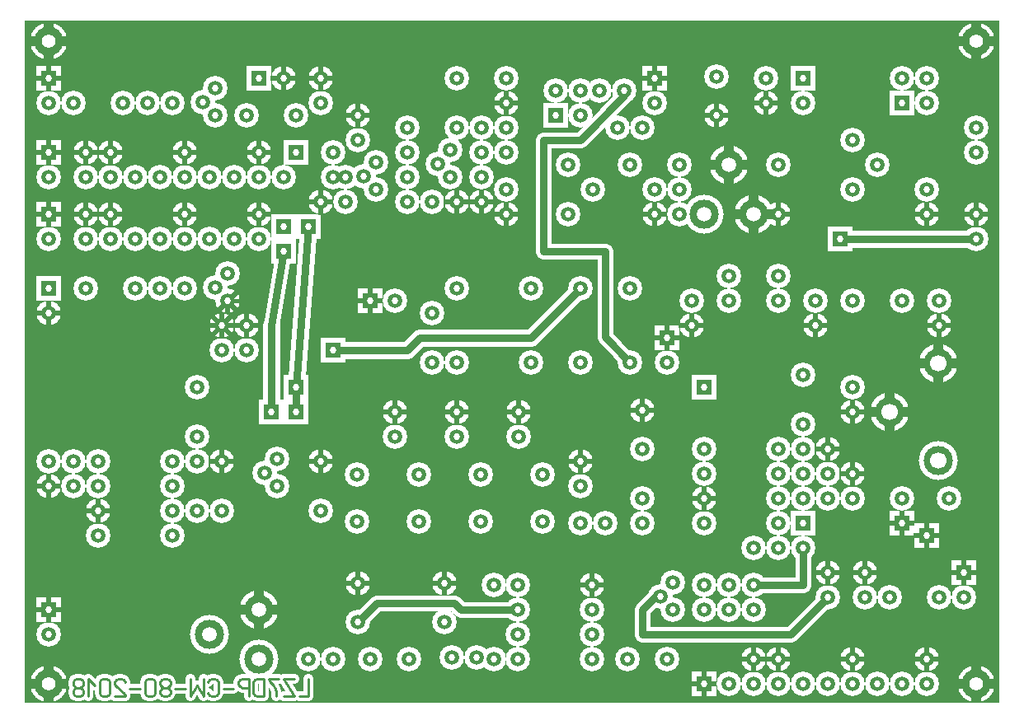
<source format=gbr>
%FSLAX34Y34*%
%MOMM*%
%LNCOPPER_TOP*%
G71*
G01*
%ADD10C, 0.00*%
%ADD11C, 1.60*%
%ADD12C, 2.60*%
%ADD13C, 3.80*%
%ADD14C, 1.80*%
%ADD15C, 2.52*%
%ADD16C, 4.00*%
%ADD17C, 4.00*%
%ADD18C, 1.49*%
%ADD19C, 0.69*%
%ADD20C, 1.02*%
%ADD21C, 1.00*%
%ADD22C, 0.51*%
%ADD23C, 0.23*%
%ADD24C, 0.80*%
%ADD25C, 1.80*%
%ADD26C, 3.00*%
%ADD27C, 1.52*%
%ADD28C, 3.00*%
%ADD29C, 3.00*%
%ADD30C, 0.22*%
%ADD31C, 0.60*%
%ADD32C, 1.40*%
%ADD33C, 0.30*%
%ADD34C, 1.70*%
%ADD35C, 1.50*%
%ADD36C, 0.69*%
%LPD*%
G54D10*
X-50000Y1050000D02*
X950000Y1050000D01*
X950000Y350000D01*
X-50000Y350000D01*
X-50000Y1050000D01*
G36*
X-50000Y1050000D02*
X950000Y1050000D01*
X950000Y350000D01*
X-50000Y350000D01*
X-50000Y1050000D01*
G37*
%LPC*%
G54D11*
X566178Y978299D02*
X566178Y972578D01*
X520700Y927100D01*
X482600Y927100D01*
X482600Y812800D01*
X546100Y812800D01*
X546100Y724520D01*
X571885Y698735D01*
G54D11*
X602966Y458171D02*
X597871Y458171D01*
X584200Y444500D01*
X584200Y419100D01*
X736600Y419100D01*
X774700Y457200D01*
G54D11*
X457051Y444491D02*
X398509Y444491D01*
X391700Y451300D01*
X311600Y451300D01*
X292100Y431800D01*
G54D11*
X698500Y469900D02*
X749300Y469900D01*
X749300Y508000D01*
X-25400Y1028700D02*
G54D12*
D03*
X-25400Y1028700D02*
G54D12*
D03*
X-25400Y1028700D02*
G54D12*
D03*
X927100Y1028700D02*
G54D13*
D03*
X927100Y368300D02*
G54D13*
D03*
X-25400Y368300D02*
G54D13*
D03*
X-25400Y1028700D02*
G54D13*
D03*
G54D11*
X215900Y812800D02*
X203200Y736600D01*
G54D14*
X203200Y736600D02*
X203200Y647700D01*
G54D14*
X241300Y838200D02*
X228600Y673100D01*
X228600Y647700D01*
G54D14*
X266700Y711200D02*
X342900Y711200D01*
X355600Y723900D01*
X470051Y723900D01*
X521085Y774935D01*
X12700Y914400D02*
G54D15*
D03*
X215900Y812800D02*
G54D15*
D03*
X241300Y838200D02*
G54D15*
D03*
X566178Y978299D02*
G54D15*
D03*
X-25400Y965200D02*
G54D15*
D03*
X0Y965200D02*
G54D15*
D03*
X12700Y889000D02*
G54D15*
D03*
X38100Y889000D02*
G54D15*
D03*
X38100Y914400D02*
G54D15*
D03*
X63500Y889000D02*
G54D15*
D03*
X88900Y889000D02*
G54D15*
D03*
X114300Y914400D02*
G54D15*
D03*
X114300Y889000D02*
G54D15*
D03*
X139700Y889000D02*
G54D15*
D03*
X165100Y889000D02*
G54D15*
D03*
X190500Y889000D02*
G54D15*
D03*
X215900Y889000D02*
G54D15*
D03*
X190500Y914400D02*
G54D15*
D03*
X177800Y952500D02*
G54D15*
D03*
X145766Y952171D02*
G54D15*
D03*
X133066Y966171D02*
G54D15*
D03*
X145766Y980171D02*
G54D15*
D03*
X101600Y965200D02*
G54D15*
D03*
X76200Y965200D02*
G54D15*
D03*
X50800Y965200D02*
G54D15*
D03*
X12700Y774700D02*
G54D15*
D03*
X-25400Y749300D02*
G54D15*
D03*
X63500Y774700D02*
G54D15*
D03*
X88900Y774700D02*
G54D15*
D03*
X114300Y774700D02*
G54D15*
D03*
X145766Y775671D02*
G54D15*
D03*
X158466Y789671D02*
G54D15*
D03*
X158470Y761670D02*
G54D15*
D03*
X254000Y863600D02*
G54D15*
D03*
X266700Y889000D02*
G54D15*
D03*
X266700Y914400D02*
G54D15*
D03*
X292100Y927100D02*
G54D15*
D03*
X292100Y952500D02*
G54D15*
D03*
X310866Y903971D02*
G54D15*
D03*
X298166Y889971D02*
G54D15*
D03*
X310866Y875971D02*
G54D15*
D03*
X279400Y863600D02*
G54D15*
D03*
X342900Y863600D02*
G54D15*
D03*
X342900Y889000D02*
G54D15*
D03*
X342900Y914400D02*
G54D15*
D03*
X342900Y939800D02*
G54D15*
D03*
X215900Y990600D02*
G54D15*
D03*
X254000Y990600D02*
G54D15*
D03*
X254000Y965200D02*
G54D15*
D03*
X228600Y952500D02*
G54D15*
D03*
X393700Y990600D02*
G54D15*
D03*
X444500Y965200D02*
G54D15*
D03*
X444500Y990600D02*
G54D15*
D03*
X520700Y977900D02*
G54D15*
D03*
X540778Y978299D02*
G54D15*
D03*
X520700Y952500D02*
G54D15*
D03*
X495300Y977900D02*
G54D15*
D03*
X444500Y914400D02*
G54D15*
D03*
X444500Y939800D02*
G54D15*
D03*
X419100Y939800D02*
G54D15*
D03*
X419100Y914400D02*
G54D15*
D03*
X393700Y939800D02*
G54D15*
D03*
X387066Y916671D02*
G54D15*
D03*
X374366Y902671D02*
G54D15*
D03*
X387066Y888671D02*
G54D15*
D03*
X419100Y889000D02*
G54D15*
D03*
X444500Y876300D02*
G54D15*
D03*
X444500Y850900D02*
G54D15*
D03*
X419100Y863600D02*
G54D15*
D03*
X393700Y863600D02*
G54D15*
D03*
X330200Y762000D02*
G54D15*
D03*
X394085Y774935D02*
G54D15*
D03*
X368300Y749300D02*
G54D15*
D03*
X470285Y774935D02*
G54D15*
D03*
X521085Y774935D02*
G54D15*
D03*
X571885Y774935D02*
G54D15*
D03*
X635000Y762000D02*
G54D15*
D03*
X673100Y762000D02*
G54D15*
D03*
X723900Y762000D02*
G54D15*
D03*
X762000Y762000D02*
G54D15*
D03*
X800100Y762000D02*
G54D15*
D03*
X673100Y787400D02*
G54D15*
D03*
X723900Y787400D02*
G54D15*
D03*
X850900Y762000D02*
G54D15*
D03*
X889000Y762000D02*
G54D15*
D03*
X927100Y850900D02*
G54D15*
D03*
X927100Y825500D02*
G54D15*
D03*
X889000Y736600D02*
G54D15*
D03*
X762000Y736600D02*
G54D15*
D03*
X635000Y736600D02*
G54D15*
D03*
X609600Y698500D02*
G54D15*
D03*
X571885Y698735D02*
G54D15*
D03*
X521085Y698735D02*
G54D15*
D03*
X470285Y698735D02*
G54D15*
D03*
X394085Y698735D02*
G54D15*
D03*
X368300Y698500D02*
G54D15*
D03*
X127000Y673100D02*
G54D15*
D03*
X127000Y622300D02*
G54D15*
D03*
X127000Y596900D02*
G54D15*
D03*
X152400Y596900D02*
G54D15*
D03*
X101600Y596900D02*
G54D15*
D03*
X101600Y571500D02*
G54D15*
D03*
X101600Y546100D02*
G54D15*
D03*
X127000Y546100D02*
G54D15*
D03*
X152400Y546100D02*
G54D15*
D03*
X101600Y520700D02*
G54D15*
D03*
X25400Y596900D02*
G54D15*
D03*
X25400Y571500D02*
G54D15*
D03*
X25400Y546100D02*
G54D15*
D03*
X25400Y520700D02*
G54D15*
D03*
X0Y571500D02*
G54D15*
D03*
X0Y596900D02*
G54D15*
D03*
X-25400Y571500D02*
G54D15*
D03*
X-25400Y596900D02*
G54D15*
D03*
X-25400Y419100D02*
G54D15*
D03*
X-25400Y368300D02*
G54D15*
D03*
X-25400Y1028700D02*
G54D15*
D03*
X927100Y1028700D02*
G54D15*
D03*
X927100Y368300D02*
G54D15*
D03*
X888200Y697700D02*
G54D16*
D03*
X888200Y597700D02*
G54D16*
D03*
X899300Y558800D02*
G54D15*
D03*
X838200Y647700D02*
G54D16*
D03*
X800100Y673100D02*
G54D15*
D03*
X800100Y647700D02*
G54D15*
D03*
X876300Y876300D02*
G54D15*
D03*
X876300Y850900D02*
G54D15*
D03*
X927100Y914400D02*
G54D15*
D03*
X927100Y939800D02*
G54D15*
D03*
X876300Y965200D02*
G54D15*
D03*
X876300Y990600D02*
G54D15*
D03*
X850900Y990600D02*
G54D15*
D03*
X800100Y927100D02*
G54D15*
D03*
X825500Y901700D02*
G54D15*
D03*
X800100Y876300D02*
G54D15*
D03*
X723900Y850900D02*
G54D15*
D03*
X698500Y850900D02*
G54D17*
D03*
X673100Y901700D02*
G54D17*
D03*
X723900Y901700D02*
G54D15*
D03*
X711200Y965200D02*
G54D15*
D03*
X749300Y965200D02*
G54D15*
D03*
X711200Y990600D02*
G54D15*
D03*
X660400Y992500D02*
G54D15*
D03*
X660400Y952500D02*
G54D15*
D03*
X584200Y939800D02*
G54D15*
D03*
X596900Y965200D02*
G54D15*
D03*
X558800Y939800D02*
G54D15*
D03*
X533400Y876300D02*
G54D15*
D03*
X508000Y850900D02*
G54D15*
D03*
X571500Y901700D02*
G54D15*
D03*
X596900Y876300D02*
G54D15*
D03*
X622300Y901700D02*
G54D15*
D03*
X622300Y876300D02*
G54D15*
D03*
X622300Y850900D02*
G54D15*
D03*
X596900Y850900D02*
G54D15*
D03*
X647700Y850900D02*
G54D17*
D03*
X139700Y419100D02*
G54D17*
D03*
X190500Y393700D02*
G54D17*
D03*
X190500Y444500D02*
G54D17*
D03*
X241300Y393700D02*
G54D15*
D03*
X266700Y393700D02*
G54D15*
D03*
X304800Y393700D02*
G54D15*
D03*
X292100Y431800D02*
G54D15*
D03*
X292100Y471800D02*
G54D15*
D03*
X381000Y471800D02*
G54D15*
D03*
X381000Y431800D02*
G54D15*
D03*
X344800Y393700D02*
G54D15*
D03*
X388726Y395177D02*
G54D15*
D03*
X414126Y395177D02*
G54D15*
D03*
X431800Y393700D02*
G54D15*
D03*
X457051Y393690D02*
G54D15*
D03*
X533251Y393690D02*
G54D15*
D03*
X569600Y393700D02*
G54D15*
D03*
X609600Y393700D02*
G54D15*
D03*
X615666Y444171D02*
G54D15*
D03*
X615666Y472171D02*
G54D15*
D03*
X602966Y458171D02*
G54D15*
D03*
X533251Y419090D02*
G54D15*
D03*
X533251Y444491D02*
G54D15*
D03*
X533250Y469890D02*
G54D15*
D03*
X457051Y469890D02*
G54D15*
D03*
X457051Y444491D02*
G54D15*
D03*
X457051Y419090D02*
G54D15*
D03*
X431800Y469900D02*
G54D15*
D03*
X481750Y534950D02*
G54D15*
D03*
X418250Y534950D02*
G54D15*
D03*
X457200Y622300D02*
G54D15*
D03*
X457200Y647700D02*
G54D15*
D03*
X393700Y647700D02*
G54D15*
D03*
X393700Y622300D02*
G54D15*
D03*
X418250Y583350D02*
G54D15*
D03*
X354750Y583350D02*
G54D15*
D03*
X330200Y622300D02*
G54D15*
D03*
X330200Y647700D02*
G54D15*
D03*
X254000Y596900D02*
G54D15*
D03*
X291250Y583350D02*
G54D15*
D03*
X291250Y534950D02*
G54D15*
D03*
X254000Y546100D02*
G54D15*
D03*
X209266Y571171D02*
G54D15*
D03*
X196566Y585171D02*
G54D15*
D03*
X209266Y599171D02*
G54D15*
D03*
X520700Y533400D02*
G54D15*
D03*
X520700Y571500D02*
G54D15*
D03*
X481750Y583350D02*
G54D15*
D03*
X520700Y596900D02*
G54D15*
D03*
X584200Y649600D02*
G54D15*
D03*
X584200Y609600D02*
G54D15*
D03*
X584200Y558800D02*
G54D15*
D03*
X584200Y533400D02*
G54D15*
D03*
X546100Y533400D02*
G54D15*
D03*
X647700Y609600D02*
G54D15*
D03*
X647700Y584200D02*
G54D15*
D03*
X647700Y558800D02*
G54D15*
D03*
X647700Y533400D02*
G54D15*
D03*
X723900Y533400D02*
G54D15*
D03*
X723900Y558800D02*
G54D15*
D03*
X723900Y584200D02*
G54D15*
D03*
X723900Y609600D02*
G54D15*
D03*
X749300Y609600D02*
G54D15*
D03*
X749300Y635000D02*
G54D15*
D03*
X749300Y685800D02*
G54D15*
D03*
X774700Y609600D02*
G54D15*
D03*
X774700Y584200D02*
G54D15*
D03*
X774700Y558800D02*
G54D15*
D03*
X749300Y584200D02*
G54D15*
D03*
X749300Y558800D02*
G54D15*
D03*
X800100Y558800D02*
G54D15*
D03*
X800100Y584200D02*
G54D15*
D03*
X850900Y558800D02*
G54D15*
D03*
X914400Y457200D02*
G54D15*
D03*
X889000Y457200D02*
G54D15*
D03*
X838200Y457200D02*
G54D15*
D03*
X812800Y457200D02*
G54D15*
D03*
X812800Y482600D02*
G54D15*
D03*
X774700Y482600D02*
G54D15*
D03*
X774700Y457200D02*
G54D15*
D03*
X749300Y508000D02*
G54D15*
D03*
X723900Y508000D02*
G54D15*
D03*
X698500Y508000D02*
G54D15*
D03*
X698500Y469900D02*
G54D15*
D03*
X698500Y444500D02*
G54D15*
D03*
X673100Y444500D02*
G54D15*
D03*
X673100Y469900D02*
G54D15*
D03*
X647700Y469900D02*
G54D15*
D03*
X647700Y444500D02*
G54D15*
D03*
G36*
X-38000Y1003200D02*
X-12800Y1003200D01*
X-12800Y978000D01*
X-38000Y978000D01*
X-38000Y1003200D01*
G37*
G36*
X-38000Y927000D02*
X-12800Y927000D01*
X-12800Y901800D01*
X-38000Y901800D01*
X-38000Y927000D01*
G37*
G36*
X177900Y1003200D02*
X203100Y1003200D01*
X203100Y978000D01*
X177900Y978000D01*
X177900Y1003200D01*
G37*
G36*
X216000Y927000D02*
X241200Y927000D01*
X241200Y901800D01*
X216000Y901800D01*
X216000Y927000D01*
G37*
G36*
X228700Y850800D02*
X253900Y850800D01*
X253900Y825600D01*
X228700Y825600D01*
X228700Y850800D01*
G37*
G36*
X203300Y825400D02*
X228500Y825400D01*
X228500Y800200D01*
X203300Y800200D01*
X203300Y825400D01*
G37*
G36*
X482700Y965100D02*
X507900Y965100D01*
X507900Y939900D01*
X482700Y939900D01*
X482700Y965100D01*
G37*
G36*
X838300Y977800D02*
X863500Y977800D01*
X863500Y952600D01*
X838300Y952600D01*
X838300Y977800D01*
G37*
G36*
X736700Y1003200D02*
X761900Y1003200D01*
X761900Y978000D01*
X736700Y978000D01*
X736700Y1003200D01*
G37*
G36*
X584300Y1003200D02*
X609500Y1003200D01*
X609500Y978000D01*
X584300Y978000D01*
X584300Y1003200D01*
G37*
G36*
X597000Y736500D02*
X622200Y736500D01*
X622200Y711300D01*
X597000Y711300D01*
X597000Y736500D01*
G37*
G36*
X292200Y774600D02*
X317400Y774600D01*
X317400Y749400D01*
X292200Y749400D01*
X292200Y774600D01*
G37*
G36*
X-38000Y787300D02*
X-12800Y787300D01*
X-12800Y762100D01*
X-38000Y762100D01*
X-38000Y787300D01*
G37*
G36*
X254100Y723800D02*
X279300Y723800D01*
X279300Y698600D01*
X254100Y698600D01*
X254100Y723800D01*
G37*
G36*
X216000Y685700D02*
X241200Y685700D01*
X241200Y660500D01*
X216000Y660500D01*
X216000Y685700D01*
G37*
G36*
X216000Y660300D02*
X241200Y660300D01*
X241200Y635100D01*
X216000Y635100D01*
X216000Y660300D01*
G37*
G36*
X190600Y660300D02*
X215800Y660300D01*
X215800Y635100D01*
X190600Y635100D01*
X190600Y660300D01*
G37*
G36*
X254100Y723800D02*
X279300Y723800D01*
X279300Y698600D01*
X254100Y698600D01*
X254100Y723800D01*
G37*
G36*
X635100Y685700D02*
X660300Y685700D01*
X660300Y660500D01*
X635100Y660500D01*
X635100Y685700D01*
G37*
G36*
X-38000Y457100D02*
X-12800Y457100D01*
X-12800Y431900D01*
X-38000Y431900D01*
X-38000Y457100D01*
G37*
G36*
X736700Y546000D02*
X761900Y546000D01*
X761900Y520800D01*
X736700Y520800D01*
X736700Y546000D01*
G37*
G36*
X901800Y495200D02*
X927000Y495200D01*
X927000Y470000D01*
X901800Y470000D01*
X901800Y495200D01*
G37*
X354750Y534950D02*
G54D15*
D03*
X-25400Y965200D02*
G54D18*
D03*
X0Y965200D02*
G54D18*
D03*
X50800Y965200D02*
G54D18*
D03*
X76200Y965200D02*
G54D18*
D03*
X101600Y965200D02*
G54D18*
D03*
X133066Y966171D02*
G54D18*
D03*
X145766Y980171D02*
G54D18*
D03*
X145766Y952171D02*
G54D18*
D03*
X177800Y952500D02*
G54D18*
D03*
X190500Y990600D02*
G54D18*
D03*
X215900Y990600D02*
G54D18*
D03*
X-25400Y990600D02*
G54D18*
D03*
X254000Y990600D02*
G54D18*
D03*
X254000Y965200D02*
G54D18*
D03*
X228600Y952500D02*
G54D18*
D03*
X-25400Y914400D02*
G54D18*
D03*
X12700Y914400D02*
G54D18*
D03*
X38100Y914400D02*
G54D18*
D03*
X114300Y914400D02*
G54D18*
D03*
X190500Y914400D02*
G54D18*
D03*
X190500Y889000D02*
G54D18*
D03*
X165100Y889000D02*
G54D18*
D03*
X139700Y889000D02*
G54D18*
D03*
X114300Y889000D02*
G54D18*
D03*
X88900Y889000D02*
G54D18*
D03*
X63500Y889000D02*
G54D18*
D03*
X38100Y889000D02*
G54D18*
D03*
X12700Y889000D02*
G54D18*
D03*
X-25400Y889000D02*
G54D18*
D03*
X12700Y774700D02*
G54D18*
D03*
X-25400Y774700D02*
G54D18*
D03*
X-25400Y749300D02*
G54D18*
D03*
X63500Y774700D02*
G54D18*
D03*
X88900Y774700D02*
G54D18*
D03*
X114300Y774700D02*
G54D18*
D03*
X145766Y775671D02*
G54D18*
D03*
X158466Y789671D02*
G54D18*
D03*
X158466Y761671D02*
G54D18*
D03*
X304800Y762000D02*
G54D18*
D03*
X330200Y762000D02*
G54D18*
D03*
X368300Y749300D02*
G54D18*
D03*
X394085Y774935D02*
G54D18*
D03*
X215900Y812800D02*
G54D18*
D03*
X241300Y838200D02*
G54D18*
D03*
X228600Y914400D02*
G54D18*
D03*
X266700Y914400D02*
G54D18*
D03*
X266700Y889000D02*
G54D18*
D03*
X254000Y863600D02*
G54D18*
D03*
X279400Y863600D02*
G54D18*
D03*
X310866Y875971D02*
G54D18*
D03*
X298166Y889971D02*
G54D18*
D03*
X310866Y903971D02*
G54D18*
D03*
X292100Y927100D02*
G54D18*
D03*
X292100Y952500D02*
G54D18*
D03*
X393700Y990600D02*
G54D18*
D03*
X444500Y990600D02*
G54D18*
D03*
X444500Y965200D02*
G54D18*
D03*
X444500Y939800D02*
G54D18*
D03*
X419100Y939800D02*
G54D18*
D03*
X393700Y939800D02*
G54D18*
D03*
X342900Y939800D02*
G54D18*
D03*
X342900Y914400D02*
G54D18*
D03*
X342900Y889000D02*
G54D18*
D03*
X374366Y902671D02*
G54D18*
D03*
X342900Y863600D02*
G54D18*
D03*
X387066Y888671D02*
G54D18*
D03*
X393700Y863600D02*
G54D18*
D03*
X419100Y863600D02*
G54D18*
D03*
X419100Y889000D02*
G54D18*
D03*
X419100Y914400D02*
G54D18*
D03*
X444500Y914400D02*
G54D18*
D03*
X444500Y876300D02*
G54D18*
D03*
X444500Y850900D02*
G54D18*
D03*
X508000Y850900D02*
G54D18*
D03*
X533400Y876300D02*
G54D18*
D03*
X508000Y901700D02*
G54D18*
D03*
X495300Y952500D02*
G54D18*
D03*
X495300Y977900D02*
G54D18*
D03*
X520700Y977900D02*
G54D18*
D03*
X520700Y952500D02*
G54D18*
D03*
X540778Y978299D02*
G54D18*
D03*
X566178Y978299D02*
G54D18*
D03*
X558800Y939800D02*
G54D18*
D03*
X584200Y939800D02*
G54D18*
D03*
X571500Y901700D02*
G54D18*
D03*
X596900Y965200D02*
G54D18*
D03*
X596900Y990600D02*
G54D18*
D03*
X660400Y992500D02*
G54D18*
D03*
X660400Y952500D02*
G54D18*
D03*
X711200Y965200D02*
G54D18*
D03*
X711200Y990600D02*
G54D18*
D03*
X749300Y990600D02*
G54D18*
D03*
X749300Y965200D02*
G54D18*
D03*
X850900Y990600D02*
G54D18*
D03*
X850900Y965200D02*
G54D18*
D03*
X876300Y990600D02*
G54D18*
D03*
X876300Y965200D02*
G54D18*
D03*
X927100Y939800D02*
G54D18*
D03*
X927100Y914400D02*
G54D18*
D03*
X876300Y850900D02*
G54D18*
D03*
X876300Y876300D02*
G54D18*
D03*
X800100Y876300D02*
G54D18*
D03*
X825500Y901700D02*
G54D18*
D03*
X800100Y927100D02*
G54D18*
D03*
X723900Y901700D02*
G54D18*
D03*
X723900Y850900D02*
G54D18*
D03*
X698500Y850900D02*
G54D18*
D03*
X673100Y901700D02*
G54D18*
D03*
X647700Y850900D02*
G54D18*
D03*
X622300Y850900D02*
G54D18*
D03*
X622300Y876300D02*
G54D18*
D03*
X622300Y901700D02*
G54D18*
D03*
X596900Y876300D02*
G54D18*
D03*
X596900Y850900D02*
G54D18*
D03*
X215900Y889000D02*
G54D18*
D03*
X470285Y774935D02*
G54D18*
D03*
X521085Y774935D02*
G54D18*
D03*
X571885Y774935D02*
G54D18*
D03*
X635000Y762000D02*
G54D18*
D03*
X673100Y762000D02*
G54D18*
D03*
X635000Y736600D02*
G54D18*
D03*
X609600Y723900D02*
G54D18*
D03*
X571885Y698735D02*
G54D18*
D03*
X609600Y698500D02*
G54D18*
D03*
X521085Y698735D02*
G54D18*
D03*
X470285Y698735D02*
G54D18*
D03*
X394085Y698735D02*
G54D18*
D03*
X368300Y698500D02*
G54D18*
D03*
X266700Y711200D02*
G54D18*
D03*
X228600Y673100D02*
G54D18*
D03*
X203200Y647700D02*
G54D18*
D03*
X228600Y647700D02*
G54D18*
D03*
X127000Y673100D02*
G54D18*
D03*
X723900Y762000D02*
G54D18*
D03*
X762000Y762000D02*
G54D18*
D03*
X762000Y736600D02*
G54D18*
D03*
X800100Y762000D02*
G54D18*
D03*
X673100Y787400D02*
G54D18*
D03*
X723900Y787400D02*
G54D18*
D03*
X850900Y762000D02*
G54D18*
D03*
X889000Y762000D02*
G54D18*
D03*
X927100Y850900D02*
G54D18*
D03*
X927100Y825500D02*
G54D18*
D03*
X889000Y736600D02*
G54D18*
D03*
X888200Y697700D02*
G54D18*
D03*
X838200Y647700D02*
G54D18*
D03*
X800100Y673100D02*
G54D18*
D03*
X888200Y597700D02*
G54D18*
D03*
X899300Y558800D02*
G54D18*
D03*
X850900Y558800D02*
G54D18*
D03*
X800100Y584200D02*
G54D18*
D03*
X800100Y558800D02*
G54D18*
D03*
X850900Y558800D02*
G54D18*
D03*
X749300Y685800D02*
G54D18*
D03*
X647700Y673100D02*
G54D18*
D03*
X749300Y635000D02*
G54D18*
D03*
X749300Y609600D02*
G54D18*
D03*
X723900Y609600D02*
G54D18*
D03*
X774700Y609600D02*
G54D18*
D03*
X774700Y584200D02*
G54D18*
D03*
X749300Y584200D02*
G54D18*
D03*
X723900Y584200D02*
G54D18*
D03*
X723900Y558800D02*
G54D18*
D03*
X749300Y558800D02*
G54D18*
D03*
X774700Y558800D02*
G54D18*
D03*
X749300Y533400D02*
G54D18*
D03*
X749300Y508000D02*
G54D18*
D03*
X723900Y533400D02*
G54D18*
D03*
X723900Y508000D02*
G54D18*
D03*
X698500Y444500D02*
G54D18*
D03*
X774700Y457200D02*
G54D18*
D03*
X812800Y457200D02*
G54D18*
D03*
X838200Y457200D02*
G54D18*
D03*
X889000Y457200D02*
G54D18*
D03*
X914400Y457200D02*
G54D18*
D03*
X914400Y482600D02*
G54D18*
D03*
X812800Y482600D02*
G54D18*
D03*
X774700Y482600D02*
G54D18*
D03*
X698500Y508000D02*
G54D18*
D03*
X698500Y469900D02*
G54D18*
D03*
X647700Y533400D02*
G54D18*
D03*
X647700Y558800D02*
G54D18*
D03*
X647700Y584200D02*
G54D18*
D03*
X647700Y609600D02*
G54D18*
D03*
X584200Y649600D02*
G54D18*
D03*
X584200Y609600D02*
G54D18*
D03*
X584200Y558800D02*
G54D18*
D03*
X584200Y533400D02*
G54D18*
D03*
X546100Y533400D02*
G54D18*
D03*
X673100Y469900D02*
G54D18*
D03*
X673100Y444500D02*
G54D18*
D03*
X647700Y444500D02*
G54D18*
D03*
X647700Y469900D02*
G54D18*
D03*
X615666Y472171D02*
G54D18*
D03*
X602966Y458171D02*
G54D18*
D03*
X615666Y444171D02*
G54D18*
D03*
X609600Y393700D02*
G54D18*
D03*
X569600Y393700D02*
G54D18*
D03*
X533251Y393690D02*
G54D18*
D03*
X533251Y419090D02*
G54D18*
D03*
X533251Y444491D02*
G54D18*
D03*
X533251Y469890D02*
G54D18*
D03*
X520700Y533400D02*
G54D18*
D03*
X520700Y571500D02*
G54D18*
D03*
X520700Y596900D02*
G54D18*
D03*
X457200Y647700D02*
G54D18*
D03*
X457200Y622300D02*
G54D18*
D03*
X481750Y534950D02*
G54D18*
D03*
X481750Y583350D02*
G54D18*
D03*
X418250Y583350D02*
G54D18*
D03*
X418250Y534950D02*
G54D18*
D03*
X393700Y622300D02*
G54D18*
D03*
X393700Y647700D02*
G54D18*
D03*
X330200Y647700D02*
G54D18*
D03*
X330200Y622300D02*
G54D18*
D03*
X291250Y583350D02*
G54D18*
D03*
X354750Y583350D02*
G54D18*
D03*
X354750Y534950D02*
G54D18*
D03*
X291250Y534950D02*
G54D18*
D03*
X254000Y546100D02*
G54D18*
D03*
X254000Y596900D02*
G54D18*
D03*
X209266Y599171D02*
G54D18*
D03*
X196566Y585171D02*
G54D18*
D03*
X209266Y571171D02*
G54D18*
D03*
X152400Y596900D02*
G54D18*
D03*
X152400Y546100D02*
G54D18*
D03*
X127000Y622300D02*
G54D18*
D03*
X127000Y596900D02*
G54D18*
D03*
X101600Y596900D02*
G54D18*
D03*
X101600Y571500D02*
G54D18*
D03*
X101600Y546100D02*
G54D18*
D03*
X127000Y546100D02*
G54D18*
D03*
X101600Y520700D02*
G54D18*
D03*
X25400Y596900D02*
G54D18*
D03*
X25400Y571500D02*
G54D18*
D03*
X25400Y546100D02*
G54D18*
D03*
X25400Y520700D02*
G54D18*
D03*
X0Y596900D02*
G54D18*
D03*
X0Y571500D02*
G54D18*
D03*
X-25400Y596900D02*
G54D18*
D03*
X-25400Y571500D02*
G54D18*
D03*
X-25400Y444500D02*
G54D18*
D03*
X-25400Y419100D02*
G54D18*
D03*
X139700Y419100D02*
G54D18*
D03*
X190500Y444500D02*
G54D18*
D03*
X190500Y393700D02*
G54D18*
D03*
X292100Y471800D02*
G54D18*
D03*
X292100Y431800D02*
G54D18*
D03*
X241300Y393700D02*
G54D18*
D03*
X266700Y393700D02*
G54D18*
D03*
X304800Y393700D02*
G54D18*
D03*
X344800Y393700D02*
G54D18*
D03*
X388726Y395177D02*
G54D18*
D03*
X414126Y395177D02*
G54D18*
D03*
X431800Y393700D02*
G54D18*
D03*
X457051Y393690D02*
G54D18*
D03*
X457051Y444491D02*
G54D18*
D03*
X457051Y419090D02*
G54D18*
D03*
X457051Y469890D02*
G54D18*
D03*
X431800Y469900D02*
G54D18*
D03*
X381000Y471800D02*
G54D18*
D03*
X381000Y431800D02*
G54D18*
D03*
X387066Y916671D02*
G54D19*
D03*
X927100Y368300D02*
G54D19*
D03*
X-25400Y368300D02*
G54D19*
D03*
X-25400Y1028700D02*
G54D19*
D03*
X927100Y1028700D02*
G54D19*
D03*
G54D20*
X241300Y373378D02*
X241300Y355600D01*
X231967Y355600D01*
G54D20*
X227078Y373378D02*
X216411Y373378D01*
X227078Y355600D01*
X216411Y355600D01*
G54D20*
X211522Y373378D02*
X200855Y373378D01*
X202189Y371156D01*
X204855Y367822D01*
X207522Y363378D01*
X208855Y360044D01*
X208855Y355600D01*
G54D20*
X195966Y355600D02*
X195966Y373378D01*
X189299Y373378D01*
X186633Y372267D01*
X185299Y370044D01*
X185299Y358933D01*
X186633Y356711D01*
X189299Y355600D01*
X195966Y355600D01*
G54D20*
X180410Y355600D02*
X180410Y373378D01*
X173743Y373378D01*
X171077Y372267D01*
X169743Y370044D01*
X169743Y367822D01*
X171077Y365600D01*
X173743Y364489D01*
X180410Y364489D01*
G54D20*
X164854Y363378D02*
X154187Y363378D01*
G54D20*
X138631Y358933D02*
X139965Y356711D01*
X142631Y355600D01*
X145298Y355600D01*
X147965Y356711D01*
X149298Y358933D01*
X149298Y370044D01*
X147965Y372267D01*
X145298Y373378D01*
X142631Y373378D01*
X139965Y372267D01*
X138631Y370044D01*
G54D20*
X133742Y373378D02*
X133742Y355600D01*
X127075Y366711D01*
X120409Y355600D01*
X120409Y373378D01*
G54D20*
X115520Y363378D02*
X104853Y363378D01*
G54D20*
X93297Y364489D02*
X95964Y364489D01*
X98631Y365600D01*
X99964Y367822D01*
X99964Y370044D01*
X98631Y372267D01*
X95964Y373378D01*
X93297Y373378D01*
X90631Y372267D01*
X89297Y370044D01*
X89297Y367822D01*
X90631Y365600D01*
X93297Y364489D01*
X90631Y363378D01*
X89297Y361156D01*
X89297Y358933D01*
X90631Y356711D01*
X93297Y355600D01*
X95964Y355600D01*
X98631Y356711D01*
X99964Y358933D01*
X99964Y361156D01*
X98631Y363378D01*
X95964Y364489D01*
G54D20*
X73741Y370044D02*
X73741Y358933D01*
X75075Y356711D01*
X77741Y355600D01*
X80408Y355600D01*
X83075Y356711D01*
X84408Y358933D01*
X84408Y370044D01*
X83075Y372267D01*
X80408Y373378D01*
X77741Y373378D01*
X75075Y372267D01*
X73741Y370044D01*
G54D20*
X68852Y363378D02*
X58185Y363378D01*
G54D20*
X42629Y355600D02*
X53296Y355600D01*
X53296Y356711D01*
X51963Y358933D01*
X43963Y365600D01*
X42629Y367822D01*
X42629Y370044D01*
X43963Y372267D01*
X46629Y373378D01*
X49296Y373378D01*
X51963Y372267D01*
X53296Y370044D01*
G54D20*
X27073Y370044D02*
X27073Y358933D01*
X28407Y356711D01*
X31073Y355600D01*
X33740Y355600D01*
X36407Y356711D01*
X37740Y358933D01*
X37740Y370044D01*
X36407Y372267D01*
X33740Y373378D01*
X31073Y373378D01*
X28407Y372267D01*
X27073Y370044D01*
G54D20*
X22184Y366711D02*
X15517Y373378D01*
X15517Y355600D01*
G54D20*
X3961Y364489D02*
X6628Y364489D01*
X9295Y365600D01*
X10628Y367822D01*
X10628Y370044D01*
X9295Y372267D01*
X6628Y373378D01*
X3961Y373378D01*
X1295Y372267D01*
X-39Y370044D01*
X-39Y367822D01*
X1295Y365600D01*
X3961Y364489D01*
X1295Y363378D01*
X-39Y361156D01*
X-39Y358933D01*
X1295Y356711D01*
X3961Y355600D01*
X6628Y355600D01*
X9295Y356711D01*
X10628Y358933D01*
X10628Y361156D01*
X9295Y363378D01*
X6628Y364489D01*
X787400Y825500D02*
G54D18*
D03*
G36*
X774800Y838100D02*
X800000Y838100D01*
X800000Y812900D01*
X774800Y812900D01*
X774800Y838100D01*
G37*
X787400Y825500D02*
G54D18*
D03*
G54D14*
X787400Y825500D02*
X927100Y825500D01*
X177800Y711200D02*
G54D18*
D03*
X152400Y711200D02*
G54D18*
D03*
X152400Y736600D02*
G54D18*
D03*
X177800Y736600D02*
G54D18*
D03*
G36*
X774800Y838100D02*
X800000Y838100D01*
X800000Y812900D01*
X774800Y812900D01*
X774800Y838100D01*
G37*
X787400Y825500D02*
G54D18*
D03*
X177800Y736600D02*
G54D15*
D03*
X152400Y711200D02*
G54D15*
D03*
X177800Y711200D02*
G54D15*
D03*
X177800Y736600D02*
G54D18*
D03*
X177800Y711200D02*
G54D18*
D03*
X152400Y711200D02*
G54D18*
D03*
X927100Y850900D02*
G54D18*
D03*
X787400Y825500D02*
G54D18*
D03*
X876300Y520700D02*
G54D18*
D03*
G36*
X863700Y533300D02*
X888900Y533300D01*
X888900Y508100D01*
X863700Y508100D01*
X863700Y533300D01*
G37*
X876300Y520700D02*
G54D18*
D03*
G36*
X838300Y546000D02*
X863500Y546000D01*
X863500Y520800D01*
X838300Y520800D01*
X838300Y546000D01*
G37*
X850900Y533400D02*
G54D18*
D03*
X368300Y863600D02*
G54D18*
D03*
X393700Y863600D02*
G54D18*
D03*
X152400Y736600D02*
G54D15*
D03*
X152400Y736600D02*
G54D18*
D03*
X368300Y863600D02*
G54D15*
D03*
X393700Y863600D02*
G54D15*
D03*
X393700Y863600D02*
G54D18*
D03*
X368300Y863600D02*
G54D18*
D03*
X393700Y863600D02*
G54D18*
D03*
X368300Y863600D02*
G54D18*
D03*
X508000Y901700D02*
G54D18*
D03*
X508000Y901700D02*
G54D15*
D03*
X508000Y901700D02*
G54D18*
D03*
X-25400Y889000D02*
G54D15*
D03*
X-25400Y889000D02*
G54D18*
D03*
X800100Y647700D02*
G54D18*
D03*
X279400Y889000D02*
G54D18*
D03*
X279400Y889000D02*
G54D15*
D03*
X279400Y889000D02*
G54D18*
D03*
X698500Y393700D02*
G54D15*
D03*
X698500Y368300D02*
G54D15*
D03*
X723900Y368300D02*
G54D15*
D03*
X723900Y393700D02*
G54D15*
D03*
X749300Y368300D02*
G54D15*
D03*
X774700Y368300D02*
G54D15*
D03*
X800100Y393700D02*
G54D15*
D03*
X800100Y368300D02*
G54D15*
D03*
X825500Y368300D02*
G54D15*
D03*
X850900Y368300D02*
G54D15*
D03*
X876300Y368300D02*
G54D15*
D03*
X876300Y393700D02*
G54D15*
D03*
G36*
X635100Y380900D02*
X660300Y380900D01*
X660300Y355700D01*
X635100Y355700D01*
X635100Y380900D01*
G37*
X647700Y368300D02*
G54D18*
D03*
X698500Y393700D02*
G54D18*
D03*
X723900Y393700D02*
G54D18*
D03*
X800100Y393700D02*
G54D18*
D03*
X876300Y393700D02*
G54D18*
D03*
X876300Y368300D02*
G54D18*
D03*
X850900Y368300D02*
G54D18*
D03*
X825500Y368300D02*
G54D18*
D03*
X800100Y368300D02*
G54D18*
D03*
X774700Y368300D02*
G54D18*
D03*
X749300Y368300D02*
G54D18*
D03*
X723900Y368300D02*
G54D18*
D03*
X698500Y368300D02*
G54D18*
D03*
X673100Y368300D02*
G54D18*
D03*
X673100Y368300D02*
G54D15*
D03*
X673100Y368300D02*
G54D18*
D03*
X12700Y850900D02*
G54D15*
D03*
X12700Y825500D02*
G54D15*
D03*
X38100Y825500D02*
G54D15*
D03*
X38100Y850900D02*
G54D15*
D03*
X63500Y825500D02*
G54D15*
D03*
X88900Y825500D02*
G54D15*
D03*
X114300Y850900D02*
G54D15*
D03*
X114300Y825500D02*
G54D15*
D03*
X139700Y825500D02*
G54D15*
D03*
X165100Y825500D02*
G54D15*
D03*
X190500Y825500D02*
G54D15*
D03*
X190500Y850900D02*
G54D15*
D03*
G36*
X-38000Y863500D02*
X-12800Y863500D01*
X-12800Y838300D01*
X-38000Y838300D01*
X-38000Y863500D01*
G37*
X-25400Y850900D02*
G54D18*
D03*
X12700Y850900D02*
G54D18*
D03*
X38100Y850900D02*
G54D18*
D03*
X114300Y850900D02*
G54D18*
D03*
X190500Y850900D02*
G54D18*
D03*
X190500Y825500D02*
G54D18*
D03*
X165100Y825500D02*
G54D18*
D03*
X139700Y825500D02*
G54D18*
D03*
X114300Y825500D02*
G54D18*
D03*
X88900Y825500D02*
G54D18*
D03*
X63500Y825500D02*
G54D18*
D03*
X38100Y825500D02*
G54D18*
D03*
X12700Y825500D02*
G54D18*
D03*
X-25400Y825500D02*
G54D18*
D03*
X-25400Y825500D02*
G54D15*
D03*
X-25400Y825500D02*
G54D18*
D03*
X215900Y838200D02*
G54D18*
D03*
X215900Y812800D02*
G54D18*
D03*
G36*
X203300Y850800D02*
X228500Y850800D01*
X228500Y825600D01*
X203300Y825600D01*
X203300Y850800D01*
G37*
X215900Y838200D02*
G54D18*
D03*
%LPD*%
G54D21*
G36*
X922100Y1028700D02*
X922100Y1048200D01*
X932100Y1048200D01*
X932100Y1028700D01*
X922100Y1028700D01*
G37*
G36*
X927100Y1033700D02*
X946600Y1033700D01*
X946600Y1023700D01*
X927100Y1023700D01*
X927100Y1033700D01*
G37*
G36*
X932100Y1028700D02*
X932100Y1009200D01*
X922100Y1009200D01*
X922100Y1028700D01*
X932100Y1028700D01*
G37*
G36*
X927100Y1023700D02*
X907600Y1023700D01*
X907600Y1033700D01*
X927100Y1033700D01*
X927100Y1023700D01*
G37*
G54D21*
G36*
X922100Y368300D02*
X922100Y387800D01*
X932100Y387800D01*
X932100Y368300D01*
X922100Y368300D01*
G37*
G36*
X927100Y373300D02*
X946600Y373300D01*
X946600Y363300D01*
X927100Y363300D01*
X927100Y373300D01*
G37*
G36*
X932100Y368300D02*
X932100Y348800D01*
X922100Y348800D01*
X922100Y368300D01*
X932100Y368300D01*
G37*
G36*
X927100Y363300D02*
X907600Y363300D01*
X907600Y373300D01*
X927100Y373300D01*
X927100Y363300D01*
G37*
G54D21*
G36*
X-30400Y368300D02*
X-30400Y387800D01*
X-20400Y387800D01*
X-20400Y368300D01*
X-30400Y368300D01*
G37*
G36*
X-25400Y373300D02*
X-5900Y373300D01*
X-5900Y363300D01*
X-25400Y363300D01*
X-25400Y373300D01*
G37*
G36*
X-20400Y368300D02*
X-20400Y348800D01*
X-30400Y348800D01*
X-30400Y368300D01*
X-20400Y368300D01*
G37*
G36*
X-25400Y363300D02*
X-44900Y363300D01*
X-44900Y373300D01*
X-25400Y373300D01*
X-25400Y363300D01*
G37*
G54D21*
G36*
X-30400Y1028700D02*
X-30400Y1048200D01*
X-20400Y1048200D01*
X-20400Y1028700D01*
X-30400Y1028700D01*
G37*
G36*
X-25400Y1033700D02*
X-5900Y1033700D01*
X-5900Y1023700D01*
X-25400Y1023700D01*
X-25400Y1033700D01*
G37*
G36*
X-20400Y1028700D02*
X-20400Y1009200D01*
X-30400Y1009200D01*
X-30400Y1028700D01*
X-20400Y1028700D01*
G37*
G36*
X-25400Y1023700D02*
X-44900Y1023700D01*
X-44900Y1033700D01*
X-25400Y1033700D01*
X-25400Y1023700D01*
G37*
G54D22*
G36*
X10167Y914400D02*
X10167Y927500D01*
X15233Y927500D01*
X15233Y914400D01*
X10167Y914400D01*
G37*
G36*
X12700Y916933D02*
X25800Y916933D01*
X25800Y911867D01*
X12700Y911867D01*
X12700Y916933D01*
G37*
G36*
X15233Y914400D02*
X15233Y901300D01*
X10167Y901300D01*
X10167Y914400D01*
X15233Y914400D01*
G37*
G36*
X12700Y911867D02*
X-400Y911867D01*
X-400Y916933D01*
X12700Y916933D01*
X12700Y911867D01*
G37*
G54D22*
G36*
X35567Y914400D02*
X35567Y927500D01*
X40633Y927500D01*
X40633Y914400D01*
X35567Y914400D01*
G37*
G36*
X38100Y916933D02*
X51200Y916933D01*
X51200Y911867D01*
X38100Y911867D01*
X38100Y916933D01*
G37*
G36*
X40633Y914400D02*
X40633Y901300D01*
X35567Y901300D01*
X35567Y914400D01*
X40633Y914400D01*
G37*
G36*
X38100Y911867D02*
X25000Y911867D01*
X25000Y916933D01*
X38100Y916933D01*
X38100Y911867D01*
G37*
G54D22*
G36*
X111767Y914400D02*
X111767Y927500D01*
X116833Y927500D01*
X116833Y914400D01*
X111767Y914400D01*
G37*
G36*
X114300Y916933D02*
X127400Y916933D01*
X127400Y911867D01*
X114300Y911867D01*
X114300Y916933D01*
G37*
G36*
X116833Y914400D02*
X116833Y901300D01*
X111767Y901300D01*
X111767Y914400D01*
X116833Y914400D01*
G37*
G36*
X114300Y911867D02*
X101200Y911867D01*
X101200Y916933D01*
X114300Y916933D01*
X114300Y911867D01*
G37*
G54D22*
G36*
X187967Y914400D02*
X187967Y927500D01*
X193033Y927500D01*
X193033Y914400D01*
X187967Y914400D01*
G37*
G36*
X190500Y916933D02*
X203600Y916933D01*
X203600Y911867D01*
X190500Y911867D01*
X190500Y916933D01*
G37*
G36*
X193033Y914400D02*
X193033Y901300D01*
X187967Y901300D01*
X187967Y914400D01*
X193033Y914400D01*
G37*
G36*
X190500Y911867D02*
X177400Y911867D01*
X177400Y916933D01*
X190500Y916933D01*
X190500Y911867D01*
G37*
G54D22*
G36*
X-27933Y749300D02*
X-27933Y762400D01*
X-22867Y762400D01*
X-22867Y749300D01*
X-27933Y749300D01*
G37*
G36*
X-25400Y751833D02*
X-12300Y751833D01*
X-12300Y746767D01*
X-25400Y746767D01*
X-25400Y751833D01*
G37*
G36*
X-22867Y749300D02*
X-22867Y736200D01*
X-27933Y736200D01*
X-27933Y749300D01*
X-22867Y749300D01*
G37*
G36*
X-25400Y746767D02*
X-38500Y746767D01*
X-38500Y751833D01*
X-25400Y751833D01*
X-25400Y746767D01*
G37*
G54D22*
G36*
X156679Y763461D02*
X165942Y772724D01*
X169524Y769142D01*
X160261Y759879D01*
X156679Y763461D01*
G37*
G36*
X158470Y764203D02*
X171570Y764203D01*
X171570Y759137D01*
X158470Y759137D01*
X158470Y764203D01*
G37*
G36*
X160261Y763461D02*
X169524Y754198D01*
X165942Y750616D01*
X156679Y759879D01*
X160261Y763461D01*
G37*
G36*
X161003Y761670D02*
X161003Y748570D01*
X155937Y748570D01*
X155937Y761670D01*
X161003Y761670D01*
G37*
G36*
X160261Y759879D02*
X150998Y750616D01*
X147416Y754198D01*
X156679Y763461D01*
X160261Y759879D01*
G37*
G54D22*
G36*
X251467Y863600D02*
X251467Y876700D01*
X256533Y876700D01*
X256533Y863600D01*
X251467Y863600D01*
G37*
G36*
X254000Y866133D02*
X267100Y866133D01*
X267100Y861067D01*
X254000Y861067D01*
X254000Y866133D01*
G37*
G36*
X256533Y863600D02*
X256533Y850500D01*
X251467Y850500D01*
X251467Y863600D01*
X256533Y863600D01*
G37*
G36*
X254000Y861067D02*
X240900Y861067D01*
X240900Y866133D01*
X254000Y866133D01*
X254000Y861067D01*
G37*
G54D22*
G36*
X289567Y952500D02*
X289567Y965600D01*
X294633Y965600D01*
X294633Y952500D01*
X289567Y952500D01*
G37*
G36*
X292100Y955033D02*
X305200Y955033D01*
X305200Y949967D01*
X292100Y949967D01*
X292100Y955033D01*
G37*
G36*
X294633Y952500D02*
X294633Y939400D01*
X289567Y939400D01*
X289567Y952500D01*
X294633Y952500D01*
G37*
G36*
X292100Y949967D02*
X279000Y949967D01*
X279000Y955033D01*
X292100Y955033D01*
X292100Y949967D01*
G37*
G54D22*
G36*
X213367Y990600D02*
X213367Y1003700D01*
X218433Y1003700D01*
X218433Y990600D01*
X213367Y990600D01*
G37*
G36*
X215900Y993133D02*
X229000Y993133D01*
X229000Y988067D01*
X215900Y988067D01*
X215900Y993133D01*
G37*
G36*
X218433Y990600D02*
X218433Y977500D01*
X213367Y977500D01*
X213367Y990600D01*
X218433Y990600D01*
G37*
G36*
X215900Y988067D02*
X202800Y988067D01*
X202800Y993133D01*
X215900Y993133D01*
X215900Y988067D01*
G37*
G54D22*
G36*
X251467Y990600D02*
X251467Y1003700D01*
X256533Y1003700D01*
X256533Y990600D01*
X251467Y990600D01*
G37*
G36*
X254000Y993133D02*
X267100Y993133D01*
X267100Y988067D01*
X254000Y988067D01*
X254000Y993133D01*
G37*
G36*
X256533Y990600D02*
X256533Y977500D01*
X251467Y977500D01*
X251467Y990600D01*
X256533Y990600D01*
G37*
G36*
X254000Y988067D02*
X240900Y988067D01*
X240900Y993133D01*
X254000Y993133D01*
X254000Y988067D01*
G37*
G54D22*
G36*
X441967Y965200D02*
X441967Y978300D01*
X447033Y978300D01*
X447033Y965200D01*
X441967Y965200D01*
G37*
G36*
X444500Y967733D02*
X457600Y967733D01*
X457600Y962667D01*
X444500Y962667D01*
X444500Y967733D01*
G37*
G36*
X447033Y965200D02*
X447033Y952100D01*
X441967Y952100D01*
X441967Y965200D01*
X447033Y965200D01*
G37*
G36*
X444500Y962667D02*
X431400Y962667D01*
X431400Y967733D01*
X444500Y967733D01*
X444500Y962667D01*
G37*
G54D22*
G36*
X441967Y850900D02*
X441967Y864000D01*
X447033Y864000D01*
X447033Y850900D01*
X441967Y850900D01*
G37*
G36*
X444500Y853433D02*
X457600Y853433D01*
X457600Y848367D01*
X444500Y848367D01*
X444500Y853433D01*
G37*
G36*
X447033Y850900D02*
X447033Y837800D01*
X441967Y837800D01*
X441967Y850900D01*
X447033Y850900D01*
G37*
G36*
X444500Y848367D02*
X431400Y848367D01*
X431400Y853433D01*
X444500Y853433D01*
X444500Y848367D01*
G37*
G54D22*
G36*
X416567Y863600D02*
X416567Y876700D01*
X421633Y876700D01*
X421633Y863600D01*
X416567Y863600D01*
G37*
G36*
X419100Y866133D02*
X432200Y866133D01*
X432200Y861067D01*
X419100Y861067D01*
X419100Y866133D01*
G37*
G36*
X421633Y863600D02*
X421633Y850500D01*
X416567Y850500D01*
X416567Y863600D01*
X421633Y863600D01*
G37*
G36*
X419100Y861067D02*
X406000Y861067D01*
X406000Y866133D01*
X419100Y866133D01*
X419100Y861067D01*
G37*
G54D22*
G36*
X391167Y863600D02*
X391167Y876700D01*
X396233Y876700D01*
X396233Y863600D01*
X391167Y863600D01*
G37*
G36*
X393700Y866133D02*
X406800Y866133D01*
X406800Y861067D01*
X393700Y861067D01*
X393700Y866133D01*
G37*
G36*
X396233Y863600D02*
X396233Y850500D01*
X391167Y850500D01*
X391167Y863600D01*
X396233Y863600D01*
G37*
G36*
X393700Y861067D02*
X380600Y861067D01*
X380600Y866133D01*
X393700Y866133D01*
X393700Y861067D01*
G37*
G54D22*
G36*
X924567Y850900D02*
X924567Y864000D01*
X929633Y864000D01*
X929633Y850900D01*
X924567Y850900D01*
G37*
G36*
X927100Y853433D02*
X940200Y853433D01*
X940200Y848367D01*
X927100Y848367D01*
X927100Y853433D01*
G37*
G36*
X929633Y850900D02*
X929633Y837800D01*
X924567Y837800D01*
X924567Y850900D01*
X929633Y850900D01*
G37*
G36*
X927100Y848367D02*
X914000Y848367D01*
X914000Y853433D01*
X927100Y853433D01*
X927100Y848367D01*
G37*
G54D22*
G36*
X886467Y736600D02*
X886467Y749700D01*
X891533Y749700D01*
X891533Y736600D01*
X886467Y736600D01*
G37*
G36*
X889000Y739133D02*
X902100Y739133D01*
X902100Y734067D01*
X889000Y734067D01*
X889000Y739133D01*
G37*
G36*
X891533Y736600D02*
X891533Y723500D01*
X886467Y723500D01*
X886467Y736600D01*
X891533Y736600D01*
G37*
G36*
X889000Y734067D02*
X875900Y734067D01*
X875900Y739133D01*
X889000Y739133D01*
X889000Y734067D01*
G37*
G54D22*
G36*
X759467Y736600D02*
X759467Y749700D01*
X764533Y749700D01*
X764533Y736600D01*
X759467Y736600D01*
G37*
G36*
X762000Y739133D02*
X775100Y739133D01*
X775100Y734067D01*
X762000Y734067D01*
X762000Y739133D01*
G37*
G36*
X764533Y736600D02*
X764533Y723500D01*
X759467Y723500D01*
X759467Y736600D01*
X764533Y736600D01*
G37*
G36*
X762000Y734067D02*
X748900Y734067D01*
X748900Y739133D01*
X762000Y739133D01*
X762000Y734067D01*
G37*
G54D22*
G36*
X632467Y736600D02*
X632467Y749700D01*
X637533Y749700D01*
X637533Y736600D01*
X632467Y736600D01*
G37*
G36*
X635000Y739133D02*
X648100Y739133D01*
X648100Y734067D01*
X635000Y734067D01*
X635000Y739133D01*
G37*
G36*
X637533Y736600D02*
X637533Y723500D01*
X632467Y723500D01*
X632467Y736600D01*
X637533Y736600D01*
G37*
G36*
X635000Y734067D02*
X621900Y734067D01*
X621900Y739133D01*
X635000Y739133D01*
X635000Y734067D01*
G37*
G54D22*
G36*
X149867Y596900D02*
X149867Y610000D01*
X154933Y610000D01*
X154933Y596900D01*
X149867Y596900D01*
G37*
G36*
X152400Y599433D02*
X165500Y599433D01*
X165500Y594367D01*
X152400Y594367D01*
X152400Y599433D01*
G37*
G36*
X154933Y596900D02*
X154933Y583800D01*
X149867Y583800D01*
X149867Y596900D01*
X154933Y596900D01*
G37*
G36*
X152400Y594367D02*
X139300Y594367D01*
X139300Y599433D01*
X152400Y599433D01*
X152400Y594367D01*
G37*
G54D22*
G36*
X22867Y546100D02*
X22867Y559200D01*
X27933Y559200D01*
X27933Y546100D01*
X22867Y546100D01*
G37*
G36*
X25400Y548633D02*
X38500Y548633D01*
X38500Y543567D01*
X25400Y543567D01*
X25400Y548633D01*
G37*
G36*
X27933Y546100D02*
X27933Y533000D01*
X22867Y533000D01*
X22867Y546100D01*
X27933Y546100D01*
G37*
G36*
X25400Y543567D02*
X12300Y543567D01*
X12300Y548633D01*
X25400Y548633D01*
X25400Y543567D01*
G37*
G54D22*
G36*
X-27933Y571500D02*
X-27933Y584600D01*
X-22867Y584600D01*
X-22867Y571500D01*
X-27933Y571500D01*
G37*
G36*
X-25400Y574033D02*
X-12300Y574033D01*
X-12300Y568967D01*
X-25400Y568967D01*
X-25400Y574033D01*
G37*
G36*
X-22867Y571500D02*
X-22867Y558400D01*
X-27933Y558400D01*
X-27933Y571500D01*
X-22867Y571500D01*
G37*
G36*
X-25400Y568967D02*
X-38500Y568967D01*
X-38500Y574033D01*
X-25400Y574033D01*
X-25400Y568967D01*
G37*
G54D21*
G36*
X883200Y697700D02*
X883200Y718200D01*
X893200Y718200D01*
X893200Y697700D01*
X883200Y697700D01*
G37*
G36*
X888200Y702700D02*
X908700Y702700D01*
X908700Y692700D01*
X888200Y692700D01*
X888200Y702700D01*
G37*
G36*
X893200Y697700D02*
X893200Y677200D01*
X883200Y677200D01*
X883200Y697700D01*
X893200Y697700D01*
G37*
G36*
X888200Y692700D02*
X867700Y692700D01*
X867700Y702700D01*
X888200Y702700D01*
X888200Y692700D01*
G37*
G54D21*
G36*
X833200Y647700D02*
X833200Y668200D01*
X843200Y668200D01*
X843200Y647700D01*
X833200Y647700D01*
G37*
G36*
X838200Y652700D02*
X858700Y652700D01*
X858700Y642700D01*
X838200Y642700D01*
X838200Y652700D01*
G37*
G36*
X843200Y647700D02*
X843200Y627200D01*
X833200Y627200D01*
X833200Y647700D01*
X843200Y647700D01*
G37*
G36*
X838200Y642700D02*
X817700Y642700D01*
X817700Y652700D01*
X838200Y652700D01*
X838200Y642700D01*
G37*
G54D22*
G36*
X797567Y647700D02*
X797567Y660800D01*
X802633Y660800D01*
X802633Y647700D01*
X797567Y647700D01*
G37*
G36*
X800100Y650233D02*
X813200Y650233D01*
X813200Y645167D01*
X800100Y645167D01*
X800100Y650233D01*
G37*
G36*
X802633Y647700D02*
X802633Y634600D01*
X797567Y634600D01*
X797567Y647700D01*
X802633Y647700D01*
G37*
G36*
X800100Y645167D02*
X787000Y645167D01*
X787000Y650233D01*
X800100Y650233D01*
X800100Y645167D01*
G37*
G54D22*
G36*
X873767Y850900D02*
X873767Y864000D01*
X878833Y864000D01*
X878833Y850900D01*
X873767Y850900D01*
G37*
G36*
X876300Y853433D02*
X889400Y853433D01*
X889400Y848367D01*
X876300Y848367D01*
X876300Y853433D01*
G37*
G36*
X878833Y850900D02*
X878833Y837800D01*
X873767Y837800D01*
X873767Y850900D01*
X878833Y850900D01*
G37*
G36*
X876300Y848367D02*
X863200Y848367D01*
X863200Y853433D01*
X876300Y853433D01*
X876300Y848367D01*
G37*
G54D22*
G36*
X721367Y850900D02*
X721367Y864000D01*
X726433Y864000D01*
X726433Y850900D01*
X721367Y850900D01*
G37*
G36*
X723900Y853433D02*
X737000Y853433D01*
X737000Y848367D01*
X723900Y848367D01*
X723900Y853433D01*
G37*
G36*
X726433Y850900D02*
X726433Y837800D01*
X721367Y837800D01*
X721367Y850900D01*
X726433Y850900D01*
G37*
G36*
X723900Y848367D02*
X710800Y848367D01*
X710800Y853433D01*
X723900Y853433D01*
X723900Y848367D01*
G37*
G54D21*
G36*
X693500Y850900D02*
X693500Y871400D01*
X703500Y871400D01*
X703500Y850900D01*
X693500Y850900D01*
G37*
G36*
X698500Y855900D02*
X719000Y855900D01*
X719000Y845900D01*
X698500Y845900D01*
X698500Y855900D01*
G37*
G36*
X703500Y850900D02*
X703500Y830400D01*
X693500Y830400D01*
X693500Y850900D01*
X703500Y850900D01*
G37*
G36*
X698500Y845900D02*
X678000Y845900D01*
X678000Y855900D01*
X698500Y855900D01*
X698500Y845900D01*
G37*
G54D21*
G36*
X668100Y901700D02*
X668100Y922200D01*
X678100Y922200D01*
X678100Y901700D01*
X668100Y901700D01*
G37*
G36*
X673100Y906700D02*
X693600Y906700D01*
X693600Y896700D01*
X673100Y896700D01*
X673100Y906700D01*
G37*
G36*
X678100Y901700D02*
X678100Y881200D01*
X668100Y881200D01*
X668100Y901700D01*
X678100Y901700D01*
G37*
G36*
X673100Y896700D02*
X652600Y896700D01*
X652600Y906700D01*
X673100Y906700D01*
X673100Y896700D01*
G37*
G54D22*
G36*
X708667Y965200D02*
X708667Y978300D01*
X713733Y978300D01*
X713733Y965200D01*
X708667Y965200D01*
G37*
G36*
X711200Y967733D02*
X724300Y967733D01*
X724300Y962667D01*
X711200Y962667D01*
X711200Y967733D01*
G37*
G36*
X713733Y965200D02*
X713733Y952100D01*
X708667Y952100D01*
X708667Y965200D01*
X713733Y965200D01*
G37*
G36*
X711200Y962667D02*
X698100Y962667D01*
X698100Y967733D01*
X711200Y967733D01*
X711200Y962667D01*
G37*
G54D22*
G36*
X657867Y952500D02*
X657867Y965600D01*
X662933Y965600D01*
X662933Y952500D01*
X657867Y952500D01*
G37*
G36*
X660400Y955033D02*
X673500Y955033D01*
X673500Y949967D01*
X660400Y949967D01*
X660400Y955033D01*
G37*
G36*
X662933Y952500D02*
X662933Y939400D01*
X657867Y939400D01*
X657867Y952500D01*
X662933Y952500D01*
G37*
G36*
X660400Y949967D02*
X647300Y949967D01*
X647300Y955033D01*
X660400Y955033D01*
X660400Y949967D01*
G37*
G54D22*
G36*
X594367Y850900D02*
X594367Y864000D01*
X599433Y864000D01*
X599433Y850900D01*
X594367Y850900D01*
G37*
G36*
X596900Y853433D02*
X610000Y853433D01*
X610000Y848367D01*
X596900Y848367D01*
X596900Y853433D01*
G37*
G36*
X599433Y850900D02*
X599433Y837800D01*
X594367Y837800D01*
X594367Y850900D01*
X599433Y850900D01*
G37*
G36*
X596900Y848367D02*
X583800Y848367D01*
X583800Y853433D01*
X596900Y853433D01*
X596900Y848367D01*
G37*
G54D21*
G36*
X185500Y444500D02*
X185500Y465000D01*
X195500Y465000D01*
X195500Y444500D01*
X185500Y444500D01*
G37*
G36*
X190500Y449500D02*
X211000Y449500D01*
X211000Y439500D01*
X190500Y439500D01*
X190500Y449500D01*
G37*
G36*
X195500Y444500D02*
X195500Y424000D01*
X185500Y424000D01*
X185500Y444500D01*
X195500Y444500D01*
G37*
G36*
X190500Y439500D02*
X170000Y439500D01*
X170000Y449500D01*
X190500Y449500D01*
X190500Y439500D01*
G37*
G54D22*
G36*
X289567Y471800D02*
X289567Y484900D01*
X294633Y484900D01*
X294633Y471800D01*
X289567Y471800D01*
G37*
G36*
X292100Y474333D02*
X305200Y474333D01*
X305200Y469267D01*
X292100Y469267D01*
X292100Y474333D01*
G37*
G36*
X294633Y471800D02*
X294633Y458700D01*
X289567Y458700D01*
X289567Y471800D01*
X294633Y471800D01*
G37*
G36*
X292100Y469267D02*
X279000Y469267D01*
X279000Y474333D01*
X292100Y474333D01*
X292100Y469267D01*
G37*
G54D22*
G36*
X378467Y471800D02*
X378467Y484900D01*
X383533Y484900D01*
X383533Y471800D01*
X378467Y471800D01*
G37*
G36*
X381000Y474333D02*
X394100Y474333D01*
X394100Y469267D01*
X381000Y469267D01*
X381000Y474333D01*
G37*
G36*
X383533Y471800D02*
X383533Y458700D01*
X378467Y458700D01*
X378467Y471800D01*
X383533Y471800D01*
G37*
G36*
X381000Y469267D02*
X367900Y469267D01*
X367900Y474333D01*
X381000Y474333D01*
X381000Y469267D01*
G37*
G54D22*
G36*
X530717Y469890D02*
X530717Y482990D01*
X535783Y482990D01*
X535783Y469890D01*
X530717Y469890D01*
G37*
G36*
X533250Y472423D02*
X546350Y472423D01*
X546350Y467357D01*
X533250Y467357D01*
X533250Y472423D01*
G37*
G36*
X535783Y469890D02*
X535783Y456790D01*
X530717Y456790D01*
X530717Y469890D01*
X535783Y469890D01*
G37*
G36*
X533250Y467357D02*
X520150Y467357D01*
X520150Y472423D01*
X533250Y472423D01*
X533250Y467357D01*
G37*
G54D22*
G36*
X454667Y647700D02*
X454667Y660800D01*
X459733Y660800D01*
X459733Y647700D01*
X454667Y647700D01*
G37*
G36*
X457200Y650233D02*
X470300Y650233D01*
X470300Y645167D01*
X457200Y645167D01*
X457200Y650233D01*
G37*
G36*
X459733Y647700D02*
X459733Y634600D01*
X454667Y634600D01*
X454667Y647700D01*
X459733Y647700D01*
G37*
G36*
X457200Y645167D02*
X444100Y645167D01*
X444100Y650233D01*
X457200Y650233D01*
X457200Y645167D01*
G37*
G54D22*
G36*
X391167Y647700D02*
X391167Y660800D01*
X396233Y660800D01*
X396233Y647700D01*
X391167Y647700D01*
G37*
G36*
X393700Y650233D02*
X406800Y650233D01*
X406800Y645167D01*
X393700Y645167D01*
X393700Y650233D01*
G37*
G36*
X396233Y647700D02*
X396233Y634600D01*
X391167Y634600D01*
X391167Y647700D01*
X396233Y647700D01*
G37*
G36*
X393700Y645167D02*
X380600Y645167D01*
X380600Y650233D01*
X393700Y650233D01*
X393700Y645167D01*
G37*
G54D22*
G36*
X327667Y647700D02*
X327667Y660800D01*
X332733Y660800D01*
X332733Y647700D01*
X327667Y647700D01*
G37*
G36*
X330200Y650233D02*
X343300Y650233D01*
X343300Y645167D01*
X330200Y645167D01*
X330200Y650233D01*
G37*
G36*
X332733Y647700D02*
X332733Y634600D01*
X327667Y634600D01*
X327667Y647700D01*
X332733Y647700D01*
G37*
G36*
X330200Y645167D02*
X317100Y645167D01*
X317100Y650233D01*
X330200Y650233D01*
X330200Y645167D01*
G37*
G54D22*
G36*
X251467Y596900D02*
X251467Y610000D01*
X256533Y610000D01*
X256533Y596900D01*
X251467Y596900D01*
G37*
G36*
X254000Y599433D02*
X267100Y599433D01*
X267100Y594367D01*
X254000Y594367D01*
X254000Y599433D01*
G37*
G36*
X256533Y596900D02*
X256533Y583800D01*
X251467Y583800D01*
X251467Y596900D01*
X256533Y596900D01*
G37*
G36*
X254000Y594367D02*
X240900Y594367D01*
X240900Y599433D01*
X254000Y599433D01*
X254000Y594367D01*
G37*
G54D22*
G36*
X518167Y596900D02*
X518167Y610000D01*
X523233Y610000D01*
X523233Y596900D01*
X518167Y596900D01*
G37*
G36*
X520700Y599433D02*
X533800Y599433D01*
X533800Y594367D01*
X520700Y594367D01*
X520700Y599433D01*
G37*
G36*
X523233Y596900D02*
X523233Y583800D01*
X518167Y583800D01*
X518167Y596900D01*
X523233Y596900D01*
G37*
G36*
X520700Y594367D02*
X507600Y594367D01*
X507600Y599433D01*
X520700Y599433D01*
X520700Y594367D01*
G37*
G54D22*
G36*
X581667Y649600D02*
X581667Y662700D01*
X586733Y662700D01*
X586733Y649600D01*
X581667Y649600D01*
G37*
G36*
X584200Y652133D02*
X597300Y652133D01*
X597300Y647067D01*
X584200Y647067D01*
X584200Y652133D01*
G37*
G36*
X586733Y649600D02*
X586733Y636500D01*
X581667Y636500D01*
X581667Y649600D01*
X586733Y649600D01*
G37*
G36*
X584200Y647067D02*
X571100Y647067D01*
X571100Y652133D01*
X584200Y652133D01*
X584200Y647067D01*
G37*
G54D22*
G36*
X645167Y558800D02*
X645167Y571900D01*
X650233Y571900D01*
X650233Y558800D01*
X645167Y558800D01*
G37*
G36*
X647700Y561333D02*
X660800Y561333D01*
X660800Y556267D01*
X647700Y556267D01*
X647700Y561333D01*
G37*
G36*
X650233Y558800D02*
X650233Y545700D01*
X645167Y545700D01*
X645167Y558800D01*
X650233Y558800D01*
G37*
G36*
X647700Y556267D02*
X634600Y556267D01*
X634600Y561333D01*
X647700Y561333D01*
X647700Y556267D01*
G37*
G54D22*
G36*
X772167Y609600D02*
X772167Y622700D01*
X777233Y622700D01*
X777233Y609600D01*
X772167Y609600D01*
G37*
G36*
X774700Y612133D02*
X787800Y612133D01*
X787800Y607067D01*
X774700Y607067D01*
X774700Y612133D01*
G37*
G36*
X777233Y609600D02*
X777233Y596500D01*
X772167Y596500D01*
X772167Y609600D01*
X777233Y609600D01*
G37*
G36*
X774700Y607067D02*
X761600Y607067D01*
X761600Y612133D01*
X774700Y612133D01*
X774700Y607067D01*
G37*
G54D22*
G36*
X797567Y584200D02*
X797567Y597300D01*
X802633Y597300D01*
X802633Y584200D01*
X797567Y584200D01*
G37*
G36*
X800100Y586733D02*
X813200Y586733D01*
X813200Y581667D01*
X800100Y581667D01*
X800100Y586733D01*
G37*
G36*
X802633Y584200D02*
X802633Y571100D01*
X797567Y571100D01*
X797567Y584200D01*
X802633Y584200D01*
G37*
G36*
X800100Y581667D02*
X787000Y581667D01*
X787000Y586733D01*
X800100Y586733D01*
X800100Y581667D01*
G37*
G54D22*
G36*
X810267Y482600D02*
X810267Y495700D01*
X815333Y495700D01*
X815333Y482600D01*
X810267Y482600D01*
G37*
G36*
X812800Y485133D02*
X825900Y485133D01*
X825900Y480067D01*
X812800Y480067D01*
X812800Y485133D01*
G37*
G36*
X815333Y482600D02*
X815333Y469500D01*
X810267Y469500D01*
X810267Y482600D01*
X815333Y482600D01*
G37*
G36*
X812800Y480067D02*
X799700Y480067D01*
X799700Y485133D01*
X812800Y485133D01*
X812800Y480067D01*
G37*
G54D22*
G36*
X772167Y482600D02*
X772167Y495700D01*
X777233Y495700D01*
X777233Y482600D01*
X772167Y482600D01*
G37*
G36*
X774700Y485133D02*
X787800Y485133D01*
X787800Y480067D01*
X774700Y480067D01*
X774700Y485133D01*
G37*
G36*
X777233Y482600D02*
X777233Y469500D01*
X772167Y469500D01*
X772167Y482600D01*
X777233Y482600D01*
G37*
G36*
X774700Y480067D02*
X761600Y480067D01*
X761600Y485133D01*
X774700Y485133D01*
X774700Y480067D01*
G37*
G54D22*
G36*
X-27933Y990600D02*
X-27933Y1003700D01*
X-22867Y1003700D01*
X-22867Y990600D01*
X-27933Y990600D01*
G37*
G36*
X-25400Y993133D02*
X-12300Y993133D01*
X-12300Y988067D01*
X-25400Y988067D01*
X-25400Y993133D01*
G37*
G36*
X-22867Y990600D02*
X-22867Y977500D01*
X-27933Y977500D01*
X-27933Y990600D01*
X-22867Y990600D01*
G37*
G36*
X-25400Y988067D02*
X-38500Y988067D01*
X-38500Y993133D01*
X-25400Y993133D01*
X-25400Y988067D01*
G37*
G54D22*
G36*
X-27933Y914400D02*
X-27933Y927500D01*
X-22867Y927500D01*
X-22867Y914400D01*
X-27933Y914400D01*
G37*
G36*
X-25400Y916933D02*
X-12300Y916933D01*
X-12300Y911867D01*
X-25400Y911867D01*
X-25400Y916933D01*
G37*
G36*
X-22867Y914400D02*
X-22867Y901300D01*
X-27933Y901300D01*
X-27933Y914400D01*
X-22867Y914400D01*
G37*
G36*
X-25400Y911867D02*
X-38500Y911867D01*
X-38500Y916933D01*
X-25400Y916933D01*
X-25400Y911867D01*
G37*
G54D22*
G36*
X594367Y990600D02*
X594367Y1003700D01*
X599433Y1003700D01*
X599433Y990600D01*
X594367Y990600D01*
G37*
G36*
X596900Y993133D02*
X610000Y993133D01*
X610000Y988067D01*
X596900Y988067D01*
X596900Y993133D01*
G37*
G36*
X599433Y990600D02*
X599433Y977500D01*
X594367Y977500D01*
X594367Y990600D01*
X599433Y990600D01*
G37*
G36*
X596900Y988067D02*
X583800Y988067D01*
X583800Y993133D01*
X596900Y993133D01*
X596900Y988067D01*
G37*
G54D22*
G36*
X607067Y723900D02*
X607067Y737000D01*
X612133Y737000D01*
X612133Y723900D01*
X607067Y723900D01*
G37*
G36*
X609600Y726433D02*
X622700Y726433D01*
X622700Y721367D01*
X609600Y721367D01*
X609600Y726433D01*
G37*
G36*
X612133Y723900D02*
X612133Y710800D01*
X607067Y710800D01*
X607067Y723900D01*
X612133Y723900D01*
G37*
G36*
X609600Y721367D02*
X596500Y721367D01*
X596500Y726433D01*
X609600Y726433D01*
X609600Y721367D01*
G37*
G54D22*
G36*
X302267Y762000D02*
X302267Y775100D01*
X307333Y775100D01*
X307333Y762000D01*
X302267Y762000D01*
G37*
G36*
X304800Y764533D02*
X317900Y764533D01*
X317900Y759467D01*
X304800Y759467D01*
X304800Y764533D01*
G37*
G36*
X307333Y762000D02*
X307333Y748900D01*
X302267Y748900D01*
X302267Y762000D01*
X307333Y762000D01*
G37*
G36*
X304800Y759467D02*
X291700Y759467D01*
X291700Y764533D01*
X304800Y764533D01*
X304800Y759467D01*
G37*
G54D22*
G36*
X-27933Y444500D02*
X-27933Y457600D01*
X-22867Y457600D01*
X-22867Y444500D01*
X-27933Y444500D01*
G37*
G36*
X-25400Y447033D02*
X-12300Y447033D01*
X-12300Y441967D01*
X-25400Y441967D01*
X-25400Y447033D01*
G37*
G36*
X-22867Y444500D02*
X-22867Y431400D01*
X-27933Y431400D01*
X-27933Y444500D01*
X-22867Y444500D01*
G37*
G36*
X-25400Y441967D02*
X-38500Y441967D01*
X-38500Y447033D01*
X-25400Y447033D01*
X-25400Y441967D01*
G37*
G54D22*
G36*
X911867Y482600D02*
X911867Y495700D01*
X916933Y495700D01*
X916933Y482600D01*
X911867Y482600D01*
G37*
G36*
X914400Y485133D02*
X927500Y485133D01*
X927500Y480067D01*
X914400Y480067D01*
X914400Y485133D01*
G37*
G36*
X916933Y482600D02*
X916933Y469500D01*
X911867Y469500D01*
X911867Y482600D01*
X916933Y482600D01*
G37*
G36*
X914400Y480067D02*
X901300Y480067D01*
X901300Y485133D01*
X914400Y485133D01*
X914400Y480067D01*
G37*
G54D23*
G36*
X11550Y914400D02*
X11550Y922350D01*
X13850Y922350D01*
X13850Y914400D01*
X11550Y914400D01*
G37*
G36*
X12700Y915550D02*
X20650Y915550D01*
X20650Y913250D01*
X12700Y913250D01*
X12700Y915550D01*
G37*
G36*
X13850Y914400D02*
X13850Y906450D01*
X11550Y906450D01*
X11550Y914400D01*
X13850Y914400D01*
G37*
G36*
X12700Y913250D02*
X4750Y913250D01*
X4750Y915550D01*
X12700Y915550D01*
X12700Y913250D01*
G37*
G54D23*
G36*
X36950Y914400D02*
X36950Y922350D01*
X39250Y922350D01*
X39250Y914400D01*
X36950Y914400D01*
G37*
G36*
X38100Y915550D02*
X46050Y915550D01*
X46050Y913250D01*
X38100Y913250D01*
X38100Y915550D01*
G37*
G36*
X39250Y914400D02*
X39250Y906450D01*
X36950Y906450D01*
X36950Y914400D01*
X39250Y914400D01*
G37*
G36*
X38100Y913250D02*
X30150Y913250D01*
X30150Y915550D01*
X38100Y915550D01*
X38100Y913250D01*
G37*
G54D23*
G36*
X113150Y914400D02*
X113150Y922350D01*
X115450Y922350D01*
X115450Y914400D01*
X113150Y914400D01*
G37*
G36*
X114300Y915550D02*
X122250Y915550D01*
X122250Y913250D01*
X114300Y913250D01*
X114300Y915550D01*
G37*
G36*
X115450Y914400D02*
X115450Y906450D01*
X113150Y906450D01*
X113150Y914400D01*
X115450Y914400D01*
G37*
G36*
X114300Y913250D02*
X106350Y913250D01*
X106350Y915550D01*
X114300Y915550D01*
X114300Y913250D01*
G37*
G54D22*
G36*
X175267Y736600D02*
X175267Y749700D01*
X180333Y749700D01*
X180333Y736600D01*
X175267Y736600D01*
G37*
G36*
X177800Y739133D02*
X190900Y739133D01*
X190900Y734067D01*
X177800Y734067D01*
X177800Y739133D01*
G37*
G36*
X180333Y736600D02*
X180333Y723500D01*
X175267Y723500D01*
X175267Y736600D01*
X180333Y736600D01*
G37*
G36*
X177800Y734067D02*
X164700Y734067D01*
X164700Y739133D01*
X177800Y739133D01*
X177800Y734067D01*
G37*
G54D22*
G36*
X873767Y520700D02*
X873767Y533800D01*
X878833Y533800D01*
X878833Y520700D01*
X873767Y520700D01*
G37*
G36*
X876300Y523233D02*
X889400Y523233D01*
X889400Y518167D01*
X876300Y518167D01*
X876300Y523233D01*
G37*
G36*
X878833Y520700D02*
X878833Y507600D01*
X873767Y507600D01*
X873767Y520700D01*
X878833Y520700D01*
G37*
G36*
X876300Y518167D02*
X863200Y518167D01*
X863200Y523233D01*
X876300Y523233D01*
X876300Y518167D01*
G37*
G54D22*
G36*
X848367Y533400D02*
X848367Y546500D01*
X853433Y546500D01*
X853433Y533400D01*
X848367Y533400D01*
G37*
G36*
X850900Y535933D02*
X864000Y535933D01*
X864000Y530867D01*
X850900Y530867D01*
X850900Y535933D01*
G37*
G36*
X853433Y533400D02*
X853433Y520300D01*
X848367Y520300D01*
X848367Y533400D01*
X853433Y533400D01*
G37*
G36*
X850900Y530867D02*
X837800Y530867D01*
X837800Y535933D01*
X850900Y535933D01*
X850900Y530867D01*
G37*
G54D22*
G36*
X149867Y736600D02*
X149867Y749700D01*
X154933Y749700D01*
X154933Y736600D01*
X149867Y736600D01*
G37*
G36*
X150609Y738391D02*
X159872Y747654D01*
X163454Y744072D01*
X154191Y734809D01*
X150609Y738391D01*
G37*
G36*
X152400Y739133D02*
X165500Y739133D01*
X165500Y734067D01*
X152400Y734067D01*
X152400Y739133D01*
G37*
G36*
X154191Y738391D02*
X163454Y729128D01*
X159872Y725546D01*
X150609Y734809D01*
X154191Y738391D01*
G37*
G36*
X154933Y736600D02*
X154933Y723500D01*
X149867Y723500D01*
X149867Y736600D01*
X154933Y736600D01*
G37*
G36*
X154191Y734809D02*
X144928Y725546D01*
X141346Y729128D01*
X150609Y738391D01*
X154191Y734809D01*
G37*
G36*
X152400Y734067D02*
X139300Y734067D01*
X139300Y739133D01*
X152400Y739133D01*
X152400Y734067D01*
G37*
G36*
X150609Y734809D02*
X141346Y744072D01*
X144928Y747654D01*
X154191Y738391D01*
X150609Y734809D01*
G37*
G54D22*
G36*
X695967Y393700D02*
X695967Y406800D01*
X701033Y406800D01*
X701033Y393700D01*
X695967Y393700D01*
G37*
G36*
X698500Y396233D02*
X711600Y396233D01*
X711600Y391167D01*
X698500Y391167D01*
X698500Y396233D01*
G37*
G36*
X701033Y393700D02*
X701033Y380600D01*
X695967Y380600D01*
X695967Y393700D01*
X701033Y393700D01*
G37*
G36*
X698500Y391167D02*
X685400Y391167D01*
X685400Y396233D01*
X698500Y396233D01*
X698500Y391167D01*
G37*
G54D22*
G36*
X721367Y393700D02*
X721367Y406800D01*
X726433Y406800D01*
X726433Y393700D01*
X721367Y393700D01*
G37*
G36*
X723900Y396233D02*
X737000Y396233D01*
X737000Y391167D01*
X723900Y391167D01*
X723900Y396233D01*
G37*
G36*
X726433Y393700D02*
X726433Y380600D01*
X721367Y380600D01*
X721367Y393700D01*
X726433Y393700D01*
G37*
G36*
X723900Y391167D02*
X710800Y391167D01*
X710800Y396233D01*
X723900Y396233D01*
X723900Y391167D01*
G37*
G54D22*
G36*
X797567Y393700D02*
X797567Y406800D01*
X802633Y406800D01*
X802633Y393700D01*
X797567Y393700D01*
G37*
G36*
X800100Y396233D02*
X813200Y396233D01*
X813200Y391167D01*
X800100Y391167D01*
X800100Y396233D01*
G37*
G36*
X802633Y393700D02*
X802633Y380600D01*
X797567Y380600D01*
X797567Y393700D01*
X802633Y393700D01*
G37*
G36*
X800100Y391167D02*
X787000Y391167D01*
X787000Y396233D01*
X800100Y396233D01*
X800100Y391167D01*
G37*
G54D22*
G36*
X873767Y393700D02*
X873767Y406800D01*
X878833Y406800D01*
X878833Y393700D01*
X873767Y393700D01*
G37*
G36*
X876300Y396233D02*
X889400Y396233D01*
X889400Y391167D01*
X876300Y391167D01*
X876300Y396233D01*
G37*
G36*
X878833Y393700D02*
X878833Y380600D01*
X873767Y380600D01*
X873767Y393700D01*
X878833Y393700D01*
G37*
G36*
X876300Y391167D02*
X863200Y391167D01*
X863200Y396233D01*
X876300Y396233D01*
X876300Y391167D01*
G37*
G54D22*
G36*
X645167Y368300D02*
X645167Y381400D01*
X650233Y381400D01*
X650233Y368300D01*
X645167Y368300D01*
G37*
G36*
X647700Y370833D02*
X660800Y370833D01*
X660800Y365767D01*
X647700Y365767D01*
X647700Y370833D01*
G37*
G36*
X650233Y368300D02*
X650233Y355200D01*
X645167Y355200D01*
X645167Y368300D01*
X650233Y368300D01*
G37*
G36*
X647700Y365767D02*
X634600Y365767D01*
X634600Y370833D01*
X647700Y370833D01*
X647700Y365767D01*
G37*
G54D23*
G36*
X697350Y393700D02*
X697350Y401650D01*
X699650Y401650D01*
X699650Y393700D01*
X697350Y393700D01*
G37*
G36*
X698500Y394850D02*
X706450Y394850D01*
X706450Y392550D01*
X698500Y392550D01*
X698500Y394850D01*
G37*
G36*
X699650Y393700D02*
X699650Y385750D01*
X697350Y385750D01*
X697350Y393700D01*
X699650Y393700D01*
G37*
G36*
X698500Y392550D02*
X690550Y392550D01*
X690550Y394850D01*
X698500Y394850D01*
X698500Y392550D01*
G37*
G54D23*
G36*
X722750Y393700D02*
X722750Y401650D01*
X725050Y401650D01*
X725050Y393700D01*
X722750Y393700D01*
G37*
G36*
X723900Y394850D02*
X731850Y394850D01*
X731850Y392550D01*
X723900Y392550D01*
X723900Y394850D01*
G37*
G36*
X725050Y393700D02*
X725050Y385750D01*
X722750Y385750D01*
X722750Y393700D01*
X725050Y393700D01*
G37*
G36*
X723900Y392550D02*
X715950Y392550D01*
X715950Y394850D01*
X723900Y394850D01*
X723900Y392550D01*
G37*
G54D23*
G36*
X798950Y393700D02*
X798950Y401650D01*
X801250Y401650D01*
X801250Y393700D01*
X798950Y393700D01*
G37*
G36*
X800100Y394850D02*
X808050Y394850D01*
X808050Y392550D01*
X800100Y392550D01*
X800100Y394850D01*
G37*
G36*
X801250Y393700D02*
X801250Y385750D01*
X798950Y385750D01*
X798950Y393700D01*
X801250Y393700D01*
G37*
G36*
X800100Y392550D02*
X792150Y392550D01*
X792150Y394850D01*
X800100Y394850D01*
X800100Y392550D01*
G37*
G54D22*
G36*
X10167Y850900D02*
X10167Y864000D01*
X15233Y864000D01*
X15233Y850900D01*
X10167Y850900D01*
G37*
G36*
X12700Y853433D02*
X25800Y853433D01*
X25800Y848367D01*
X12700Y848367D01*
X12700Y853433D01*
G37*
G36*
X15233Y850900D02*
X15233Y837800D01*
X10167Y837800D01*
X10167Y850900D01*
X15233Y850900D01*
G37*
G36*
X12700Y848367D02*
X-400Y848367D01*
X-400Y853433D01*
X12700Y853433D01*
X12700Y848367D01*
G37*
G54D22*
G36*
X35567Y850900D02*
X35567Y864000D01*
X40633Y864000D01*
X40633Y850900D01*
X35567Y850900D01*
G37*
G36*
X38100Y853433D02*
X51200Y853433D01*
X51200Y848367D01*
X38100Y848367D01*
X38100Y853433D01*
G37*
G36*
X40633Y850900D02*
X40633Y837800D01*
X35567Y837800D01*
X35567Y850900D01*
X40633Y850900D01*
G37*
G36*
X38100Y848367D02*
X25000Y848367D01*
X25000Y853433D01*
X38100Y853433D01*
X38100Y848367D01*
G37*
G54D22*
G36*
X111767Y850900D02*
X111767Y864000D01*
X116833Y864000D01*
X116833Y850900D01*
X111767Y850900D01*
G37*
G36*
X114300Y853433D02*
X127400Y853433D01*
X127400Y848367D01*
X114300Y848367D01*
X114300Y853433D01*
G37*
G36*
X116833Y850900D02*
X116833Y837800D01*
X111767Y837800D01*
X111767Y850900D01*
X116833Y850900D01*
G37*
G36*
X114300Y848367D02*
X101200Y848367D01*
X101200Y853433D01*
X114300Y853433D01*
X114300Y848367D01*
G37*
G54D22*
G36*
X187967Y850900D02*
X187967Y864000D01*
X193033Y864000D01*
X193033Y850900D01*
X187967Y850900D01*
G37*
G36*
X190500Y853433D02*
X203600Y853433D01*
X203600Y848367D01*
X190500Y848367D01*
X190500Y853433D01*
G37*
G36*
X193033Y850900D02*
X193033Y837800D01*
X187967Y837800D01*
X187967Y850900D01*
X193033Y850900D01*
G37*
G36*
X190500Y848367D02*
X177400Y848367D01*
X177400Y853433D01*
X190500Y853433D01*
X190500Y848367D01*
G37*
G54D22*
G36*
X-27933Y850900D02*
X-27933Y864000D01*
X-22867Y864000D01*
X-22867Y850900D01*
X-27933Y850900D01*
G37*
G36*
X-25400Y853433D02*
X-12300Y853433D01*
X-12300Y848367D01*
X-25400Y848367D01*
X-25400Y853433D01*
G37*
G36*
X-22867Y850900D02*
X-22867Y837800D01*
X-27933Y837800D01*
X-27933Y850900D01*
X-22867Y850900D01*
G37*
G36*
X-25400Y848367D02*
X-38500Y848367D01*
X-38500Y853433D01*
X-25400Y853433D01*
X-25400Y848367D01*
G37*
G54D23*
G36*
X11550Y850900D02*
X11550Y858850D01*
X13850Y858850D01*
X13850Y850900D01*
X11550Y850900D01*
G37*
G36*
X12700Y852050D02*
X20650Y852050D01*
X20650Y849750D01*
X12700Y849750D01*
X12700Y852050D01*
G37*
G36*
X13850Y850900D02*
X13850Y842950D01*
X11550Y842950D01*
X11550Y850900D01*
X13850Y850900D01*
G37*
G36*
X12700Y849750D02*
X4750Y849750D01*
X4750Y852050D01*
X12700Y852050D01*
X12700Y849750D01*
G37*
G54D23*
G36*
X36950Y850900D02*
X36950Y858850D01*
X39250Y858850D01*
X39250Y850900D01*
X36950Y850900D01*
G37*
G36*
X38100Y852050D02*
X46050Y852050D01*
X46050Y849750D01*
X38100Y849750D01*
X38100Y852050D01*
G37*
G36*
X39250Y850900D02*
X39250Y842950D01*
X36950Y842950D01*
X36950Y850900D01*
X39250Y850900D01*
G37*
G36*
X38100Y849750D02*
X30150Y849750D01*
X30150Y852050D01*
X38100Y852050D01*
X38100Y849750D01*
G37*
G54D23*
G36*
X113150Y850900D02*
X113150Y858850D01*
X115450Y858850D01*
X115450Y850900D01*
X113150Y850900D01*
G37*
G36*
X114300Y852050D02*
X122250Y852050D01*
X122250Y849750D01*
X114300Y849750D01*
X114300Y852050D01*
G37*
G36*
X115450Y850900D02*
X115450Y842950D01*
X113150Y842950D01*
X113150Y850900D01*
X115450Y850900D01*
G37*
G36*
X114300Y849750D02*
X106350Y849750D01*
X106350Y852050D01*
X114300Y852050D01*
X114300Y849750D01*
G37*
G54D24*
X566178Y978299D02*
X566178Y972578D01*
X520700Y927100D01*
X482600Y927100D01*
X482600Y812800D01*
X546100Y812800D01*
X546100Y724520D01*
X571885Y698735D01*
G54D24*
X602966Y458171D02*
X597871Y458171D01*
X584200Y444500D01*
X584200Y419100D01*
X736600Y419100D01*
X774700Y457200D01*
G54D24*
X457051Y444491D02*
X398509Y444491D01*
X391700Y451300D01*
X311600Y451300D01*
X292100Y431800D01*
G54D24*
X698500Y469900D02*
X749300Y469900D01*
X749300Y508000D01*
X-25400Y1028700D02*
G54D25*
D03*
X-25400Y1028700D02*
G54D25*
D03*
X-25400Y1028700D02*
G54D25*
D03*
X927100Y1028700D02*
G54D26*
D03*
X927100Y368300D02*
G54D26*
D03*
X-25400Y368300D02*
G54D26*
D03*
X-25400Y1028700D02*
G54D26*
D03*
G54D24*
X215900Y812800D02*
X203200Y736600D01*
G54D24*
X203200Y736600D02*
X203200Y647700D01*
G54D24*
X241300Y838200D02*
X228600Y673100D01*
X228600Y647700D01*
G54D24*
X266700Y711200D02*
X342900Y711200D01*
X355600Y723900D01*
X470051Y723900D01*
X521085Y774935D01*
X12700Y914400D02*
G54D27*
D03*
X215900Y812800D02*
G54D27*
D03*
X241300Y838200D02*
G54D27*
D03*
X566178Y978299D02*
G54D27*
D03*
X-25400Y965200D02*
G54D27*
D03*
X0Y965200D02*
G54D27*
D03*
X12700Y889000D02*
G54D27*
D03*
X38100Y889000D02*
G54D27*
D03*
X38100Y914400D02*
G54D27*
D03*
X63500Y889000D02*
G54D27*
D03*
X88900Y889000D02*
G54D27*
D03*
X114300Y914400D02*
G54D27*
D03*
X114300Y889000D02*
G54D27*
D03*
X139700Y889000D02*
G54D27*
D03*
X165100Y889000D02*
G54D27*
D03*
X190500Y889000D02*
G54D27*
D03*
X215900Y889000D02*
G54D27*
D03*
X190500Y914400D02*
G54D27*
D03*
X177800Y952500D02*
G54D27*
D03*
X145766Y952171D02*
G54D27*
D03*
X133066Y966171D02*
G54D27*
D03*
X145766Y980171D02*
G54D27*
D03*
X101600Y965200D02*
G54D27*
D03*
X76200Y965200D02*
G54D27*
D03*
X50800Y965200D02*
G54D27*
D03*
X12700Y774700D02*
G54D27*
D03*
X-25400Y749300D02*
G54D27*
D03*
X63500Y774700D02*
G54D27*
D03*
X88900Y774700D02*
G54D27*
D03*
X114300Y774700D02*
G54D27*
D03*
X145766Y775671D02*
G54D27*
D03*
X158466Y789671D02*
G54D27*
D03*
X158470Y761670D02*
G54D27*
D03*
X254000Y863600D02*
G54D27*
D03*
X266700Y889000D02*
G54D27*
D03*
X266700Y914400D02*
G54D27*
D03*
X292100Y927100D02*
G54D27*
D03*
X292100Y952500D02*
G54D27*
D03*
X310866Y903971D02*
G54D27*
D03*
X298166Y889971D02*
G54D27*
D03*
X310866Y875971D02*
G54D27*
D03*
X279400Y863600D02*
G54D27*
D03*
X342900Y863600D02*
G54D27*
D03*
X342900Y889000D02*
G54D27*
D03*
X342900Y914400D02*
G54D27*
D03*
X342900Y939800D02*
G54D27*
D03*
X215900Y990600D02*
G54D27*
D03*
X254000Y990600D02*
G54D27*
D03*
X254000Y965200D02*
G54D27*
D03*
X228600Y952500D02*
G54D27*
D03*
X393700Y990600D02*
G54D27*
D03*
X444500Y965200D02*
G54D27*
D03*
X444500Y990600D02*
G54D27*
D03*
X520700Y977900D02*
G54D27*
D03*
X540778Y978299D02*
G54D27*
D03*
X520700Y952500D02*
G54D27*
D03*
X495300Y977900D02*
G54D27*
D03*
X444500Y914400D02*
G54D27*
D03*
X444500Y939800D02*
G54D27*
D03*
X419100Y939800D02*
G54D27*
D03*
X419100Y914400D02*
G54D27*
D03*
X393700Y939800D02*
G54D27*
D03*
X387066Y916671D02*
G54D27*
D03*
X374366Y902671D02*
G54D27*
D03*
X387066Y888671D02*
G54D27*
D03*
X419100Y889000D02*
G54D27*
D03*
X444500Y876300D02*
G54D27*
D03*
X444500Y850900D02*
G54D27*
D03*
X419100Y863600D02*
G54D27*
D03*
X393700Y863600D02*
G54D27*
D03*
X330200Y762000D02*
G54D27*
D03*
X394085Y774935D02*
G54D27*
D03*
X368300Y749300D02*
G54D27*
D03*
X470285Y774935D02*
G54D27*
D03*
X521085Y774935D02*
G54D27*
D03*
X571885Y774935D02*
G54D27*
D03*
X635000Y762000D02*
G54D27*
D03*
X673100Y762000D02*
G54D27*
D03*
X723900Y762000D02*
G54D27*
D03*
X762000Y762000D02*
G54D27*
D03*
X800100Y762000D02*
G54D27*
D03*
X673100Y787400D02*
G54D27*
D03*
X723900Y787400D02*
G54D27*
D03*
X850900Y762000D02*
G54D27*
D03*
X889000Y762000D02*
G54D27*
D03*
X927100Y850900D02*
G54D27*
D03*
X927100Y825500D02*
G54D27*
D03*
X889000Y736600D02*
G54D27*
D03*
X762000Y736600D02*
G54D27*
D03*
X635000Y736600D02*
G54D27*
D03*
X609600Y698500D02*
G54D27*
D03*
X571885Y698735D02*
G54D27*
D03*
X521085Y698735D02*
G54D27*
D03*
X470285Y698735D02*
G54D27*
D03*
X394085Y698735D02*
G54D27*
D03*
X368300Y698500D02*
G54D27*
D03*
X127000Y673100D02*
G54D27*
D03*
X127000Y622300D02*
G54D27*
D03*
X127000Y596900D02*
G54D27*
D03*
X152400Y596900D02*
G54D27*
D03*
X101600Y596900D02*
G54D27*
D03*
X101600Y571500D02*
G54D27*
D03*
X101600Y546100D02*
G54D27*
D03*
X127000Y546100D02*
G54D27*
D03*
X152400Y546100D02*
G54D27*
D03*
X101600Y520700D02*
G54D27*
D03*
X25400Y596900D02*
G54D27*
D03*
X25400Y571500D02*
G54D27*
D03*
X25400Y546100D02*
G54D27*
D03*
X25400Y520700D02*
G54D27*
D03*
X0Y571500D02*
G54D27*
D03*
X0Y596900D02*
G54D27*
D03*
X-25400Y571500D02*
G54D27*
D03*
X-25400Y596900D02*
G54D27*
D03*
X-25400Y419100D02*
G54D27*
D03*
X-25400Y368300D02*
G54D27*
D03*
X-25400Y1028700D02*
G54D27*
D03*
X927100Y1028700D02*
G54D27*
D03*
X927100Y368300D02*
G54D27*
D03*
X888200Y697700D02*
G54D28*
D03*
X888200Y597700D02*
G54D28*
D03*
X899300Y558800D02*
G54D27*
D03*
X838200Y647700D02*
G54D28*
D03*
X800100Y673100D02*
G54D27*
D03*
X800100Y647700D02*
G54D27*
D03*
X876300Y876300D02*
G54D27*
D03*
X876300Y850900D02*
G54D27*
D03*
X927100Y914400D02*
G54D27*
D03*
X927100Y939800D02*
G54D27*
D03*
X876300Y965200D02*
G54D27*
D03*
X876300Y990600D02*
G54D27*
D03*
X850900Y990600D02*
G54D27*
D03*
X800100Y927100D02*
G54D27*
D03*
X825500Y901700D02*
G54D27*
D03*
X800100Y876300D02*
G54D27*
D03*
X723900Y850900D02*
G54D27*
D03*
X698500Y850900D02*
G54D29*
D03*
X673100Y901700D02*
G54D29*
D03*
X723900Y901700D02*
G54D27*
D03*
X711200Y965200D02*
G54D27*
D03*
X749300Y965200D02*
G54D27*
D03*
X711200Y990600D02*
G54D27*
D03*
X660400Y992500D02*
G54D27*
D03*
X660400Y952500D02*
G54D27*
D03*
X584200Y939800D02*
G54D27*
D03*
X596900Y965200D02*
G54D27*
D03*
X558800Y939800D02*
G54D27*
D03*
X533400Y876300D02*
G54D27*
D03*
X508000Y850900D02*
G54D27*
D03*
X571500Y901700D02*
G54D27*
D03*
X596900Y876300D02*
G54D27*
D03*
X622300Y901700D02*
G54D27*
D03*
X622300Y876300D02*
G54D27*
D03*
X622300Y850900D02*
G54D27*
D03*
X596900Y850900D02*
G54D27*
D03*
X647700Y850900D02*
G54D29*
D03*
X139700Y419100D02*
G54D29*
D03*
X190500Y393700D02*
G54D29*
D03*
X190500Y444500D02*
G54D29*
D03*
X241300Y393700D02*
G54D27*
D03*
X266700Y393700D02*
G54D27*
D03*
X304800Y393700D02*
G54D27*
D03*
X292100Y431800D02*
G54D27*
D03*
X292100Y471800D02*
G54D27*
D03*
X381000Y471800D02*
G54D27*
D03*
X381000Y431800D02*
G54D27*
D03*
X344800Y393700D02*
G54D27*
D03*
X388726Y395177D02*
G54D27*
D03*
X414126Y395177D02*
G54D27*
D03*
X431800Y393700D02*
G54D27*
D03*
X457051Y393690D02*
G54D27*
D03*
X533251Y393690D02*
G54D27*
D03*
X569600Y393700D02*
G54D27*
D03*
X609600Y393700D02*
G54D27*
D03*
X615666Y444171D02*
G54D27*
D03*
X615666Y472171D02*
G54D27*
D03*
X602966Y458171D02*
G54D27*
D03*
X533251Y419090D02*
G54D27*
D03*
X533251Y444491D02*
G54D27*
D03*
X533250Y469890D02*
G54D27*
D03*
X457051Y469890D02*
G54D27*
D03*
X457051Y444491D02*
G54D27*
D03*
X457051Y419090D02*
G54D27*
D03*
X431800Y469900D02*
G54D27*
D03*
X481750Y534950D02*
G54D27*
D03*
X418250Y534950D02*
G54D27*
D03*
X457200Y622300D02*
G54D27*
D03*
X457200Y647700D02*
G54D27*
D03*
X393700Y647700D02*
G54D27*
D03*
X393700Y622300D02*
G54D27*
D03*
X418250Y583350D02*
G54D27*
D03*
X354750Y583350D02*
G54D27*
D03*
X330200Y622300D02*
G54D27*
D03*
X330200Y647700D02*
G54D27*
D03*
X254000Y596900D02*
G54D27*
D03*
X291250Y583350D02*
G54D27*
D03*
X291250Y534950D02*
G54D27*
D03*
X254000Y546100D02*
G54D27*
D03*
X209266Y571171D02*
G54D27*
D03*
X196566Y585171D02*
G54D27*
D03*
X209266Y599171D02*
G54D27*
D03*
X520700Y533400D02*
G54D27*
D03*
X520700Y571500D02*
G54D27*
D03*
X481750Y583350D02*
G54D27*
D03*
X520700Y596900D02*
G54D27*
D03*
X584200Y649600D02*
G54D27*
D03*
X584200Y609600D02*
G54D27*
D03*
X584200Y558800D02*
G54D27*
D03*
X584200Y533400D02*
G54D27*
D03*
X546100Y533400D02*
G54D27*
D03*
X647700Y609600D02*
G54D27*
D03*
X647700Y584200D02*
G54D27*
D03*
X647700Y558800D02*
G54D27*
D03*
X647700Y533400D02*
G54D27*
D03*
X723900Y533400D02*
G54D27*
D03*
X723900Y558800D02*
G54D27*
D03*
X723900Y584200D02*
G54D27*
D03*
X723900Y609600D02*
G54D27*
D03*
X749300Y609600D02*
G54D27*
D03*
X749300Y635000D02*
G54D27*
D03*
X749300Y685800D02*
G54D27*
D03*
X774700Y609600D02*
G54D27*
D03*
X774700Y584200D02*
G54D27*
D03*
X774700Y558800D02*
G54D27*
D03*
X749300Y584200D02*
G54D27*
D03*
X749300Y558800D02*
G54D27*
D03*
X800100Y558800D02*
G54D27*
D03*
X800100Y584200D02*
G54D27*
D03*
X850900Y558800D02*
G54D27*
D03*
X914400Y457200D02*
G54D27*
D03*
X889000Y457200D02*
G54D27*
D03*
X838200Y457200D02*
G54D27*
D03*
X812800Y457200D02*
G54D27*
D03*
X812800Y482600D02*
G54D27*
D03*
X774700Y482600D02*
G54D27*
D03*
X774700Y457200D02*
G54D27*
D03*
X749300Y508000D02*
G54D27*
D03*
X723900Y508000D02*
G54D27*
D03*
X698500Y508000D02*
G54D27*
D03*
X698500Y469900D02*
G54D27*
D03*
X698500Y444500D02*
G54D27*
D03*
X673100Y444500D02*
G54D27*
D03*
X673100Y469900D02*
G54D27*
D03*
X647700Y469900D02*
G54D27*
D03*
X647700Y444500D02*
G54D27*
D03*
G36*
X-33000Y998200D02*
X-17800Y998200D01*
X-17800Y983000D01*
X-33000Y983000D01*
X-33000Y998200D01*
G37*
G36*
X-33000Y922000D02*
X-17800Y922000D01*
X-17800Y906800D01*
X-33000Y906800D01*
X-33000Y922000D01*
G37*
G36*
X182900Y998200D02*
X198100Y998200D01*
X198100Y983000D01*
X182900Y983000D01*
X182900Y998200D01*
G37*
G36*
X221000Y922000D02*
X236200Y922000D01*
X236200Y906800D01*
X221000Y906800D01*
X221000Y922000D01*
G37*
G36*
X233700Y845800D02*
X248900Y845800D01*
X248900Y830600D01*
X233700Y830600D01*
X233700Y845800D01*
G37*
G36*
X208300Y820400D02*
X223500Y820400D01*
X223500Y805200D01*
X208300Y805200D01*
X208300Y820400D01*
G37*
G36*
X487700Y960100D02*
X502900Y960100D01*
X502900Y944900D01*
X487700Y944900D01*
X487700Y960100D01*
G37*
G36*
X843300Y972800D02*
X858500Y972800D01*
X858500Y957600D01*
X843300Y957600D01*
X843300Y972800D01*
G37*
G36*
X741700Y998200D02*
X756900Y998200D01*
X756900Y983000D01*
X741700Y983000D01*
X741700Y998200D01*
G37*
G36*
X589300Y998200D02*
X604500Y998200D01*
X604500Y983000D01*
X589300Y983000D01*
X589300Y998200D01*
G37*
G36*
X602000Y731500D02*
X617200Y731500D01*
X617200Y716300D01*
X602000Y716300D01*
X602000Y731500D01*
G37*
G36*
X297200Y769600D02*
X312400Y769600D01*
X312400Y754400D01*
X297200Y754400D01*
X297200Y769600D01*
G37*
G36*
X-33000Y782300D02*
X-17800Y782300D01*
X-17800Y767100D01*
X-33000Y767100D01*
X-33000Y782300D01*
G37*
G36*
X259100Y718800D02*
X274300Y718800D01*
X274300Y703600D01*
X259100Y703600D01*
X259100Y718800D01*
G37*
G36*
X221000Y680700D02*
X236200Y680700D01*
X236200Y665500D01*
X221000Y665500D01*
X221000Y680700D01*
G37*
G36*
X221000Y655300D02*
X236200Y655300D01*
X236200Y640100D01*
X221000Y640100D01*
X221000Y655300D01*
G37*
G36*
X195600Y655300D02*
X210800Y655300D01*
X210800Y640100D01*
X195600Y640100D01*
X195600Y655300D01*
G37*
G36*
X259100Y718800D02*
X274300Y718800D01*
X274300Y703600D01*
X259100Y703600D01*
X259100Y718800D01*
G37*
G36*
X640100Y680700D02*
X655300Y680700D01*
X655300Y665500D01*
X640100Y665500D01*
X640100Y680700D01*
G37*
G36*
X-33000Y452100D02*
X-17800Y452100D01*
X-17800Y436900D01*
X-33000Y436900D01*
X-33000Y452100D01*
G37*
G36*
X741700Y541000D02*
X756900Y541000D01*
X756900Y525800D01*
X741700Y525800D01*
X741700Y541000D01*
G37*
G36*
X906800Y490200D02*
X922000Y490200D01*
X922000Y475000D01*
X906800Y475000D01*
X906800Y490200D01*
G37*
X354750Y534950D02*
G54D27*
D03*
G54D30*
X241300Y373378D02*
X241300Y355600D01*
X231967Y355600D01*
G54D30*
X227078Y373378D02*
X216411Y373378D01*
X227078Y355600D01*
X216411Y355600D01*
G54D30*
X211522Y373378D02*
X200855Y373378D01*
X202189Y371156D01*
X204855Y367822D01*
X207522Y363378D01*
X208855Y360044D01*
X208855Y355600D01*
G54D30*
X195966Y355600D02*
X195966Y373378D01*
X189299Y373378D01*
X186633Y372267D01*
X185299Y370044D01*
X185299Y358933D01*
X186633Y356711D01*
X189299Y355600D01*
X195966Y355600D01*
G54D30*
X180410Y355600D02*
X180410Y373378D01*
X173743Y373378D01*
X171077Y372267D01*
X169743Y370044D01*
X169743Y367822D01*
X171077Y365600D01*
X173743Y364489D01*
X180410Y364489D01*
G54D30*
X164854Y363378D02*
X154187Y363378D01*
G54D30*
X138631Y358933D02*
X139965Y356711D01*
X142631Y355600D01*
X145298Y355600D01*
X147965Y356711D01*
X149298Y358933D01*
X149298Y370044D01*
X147965Y372267D01*
X145298Y373378D01*
X142631Y373378D01*
X139965Y372267D01*
X138631Y370044D01*
G54D30*
X133742Y373378D02*
X133742Y355600D01*
X127075Y366711D01*
X120409Y355600D01*
X120409Y373378D01*
G54D30*
X115520Y363378D02*
X104853Y363378D01*
G54D30*
X93297Y364489D02*
X95964Y364489D01*
X98631Y365600D01*
X99964Y367822D01*
X99964Y370044D01*
X98631Y372267D01*
X95964Y373378D01*
X93297Y373378D01*
X90631Y372267D01*
X89297Y370044D01*
X89297Y367822D01*
X90631Y365600D01*
X93297Y364489D01*
X90631Y363378D01*
X89297Y361156D01*
X89297Y358933D01*
X90631Y356711D01*
X93297Y355600D01*
X95964Y355600D01*
X98631Y356711D01*
X99964Y358933D01*
X99964Y361156D01*
X98631Y363378D01*
X95964Y364489D01*
G54D30*
X73741Y370044D02*
X73741Y358933D01*
X75075Y356711D01*
X77741Y355600D01*
X80408Y355600D01*
X83075Y356711D01*
X84408Y358933D01*
X84408Y370044D01*
X83075Y372267D01*
X80408Y373378D01*
X77741Y373378D01*
X75075Y372267D01*
X73741Y370044D01*
G54D30*
X68852Y363378D02*
X58185Y363378D01*
G54D30*
X42629Y355600D02*
X53296Y355600D01*
X53296Y356711D01*
X51963Y358933D01*
X43963Y365600D01*
X42629Y367822D01*
X42629Y370044D01*
X43963Y372267D01*
X46629Y373378D01*
X49296Y373378D01*
X51963Y372267D01*
X53296Y370044D01*
G54D30*
X27073Y370044D02*
X27073Y358933D01*
X28407Y356711D01*
X31073Y355600D01*
X33740Y355600D01*
X36407Y356711D01*
X37740Y358933D01*
X37740Y370044D01*
X36407Y372267D01*
X33740Y373378D01*
X31073Y373378D01*
X28407Y372267D01*
X27073Y370044D01*
G54D30*
X22184Y366711D02*
X15517Y373378D01*
X15517Y355600D01*
G54D30*
X3961Y364489D02*
X6628Y364489D01*
X9295Y365600D01*
X10628Y367822D01*
X10628Y370044D01*
X9295Y372267D01*
X6628Y373378D01*
X3961Y373378D01*
X1295Y372267D01*
X-39Y370044D01*
X-39Y367822D01*
X1295Y365600D01*
X3961Y364489D01*
X1295Y363378D01*
X-39Y361156D01*
X-39Y358933D01*
X1295Y356711D01*
X3961Y355600D01*
X6628Y355600D01*
X9295Y356711D01*
X10628Y358933D01*
X10628Y361156D01*
X9295Y363378D01*
X6628Y364489D01*
G36*
X779800Y833100D02*
X795000Y833100D01*
X795000Y817900D01*
X779800Y817900D01*
X779800Y833100D01*
G37*
G54D24*
X787400Y825500D02*
X927100Y825500D01*
G36*
X779800Y833100D02*
X795000Y833100D01*
X795000Y817900D01*
X779800Y817900D01*
X779800Y833100D01*
G37*
X177800Y736600D02*
G54D27*
D03*
X152400Y711200D02*
G54D27*
D03*
X177800Y711200D02*
G54D27*
D03*
G36*
X868700Y528300D02*
X883900Y528300D01*
X883900Y513100D01*
X868700Y513100D01*
X868700Y528300D01*
G37*
G36*
X843300Y541000D02*
X858500Y541000D01*
X858500Y525800D01*
X843300Y525800D01*
X843300Y541000D01*
G37*
X152400Y736600D02*
G54D27*
D03*
X368300Y863600D02*
G54D27*
D03*
X393700Y863600D02*
G54D27*
D03*
X508000Y901700D02*
G54D27*
D03*
X-25400Y889000D02*
G54D27*
D03*
X279400Y889000D02*
G54D27*
D03*
X698500Y393700D02*
G54D27*
D03*
X698500Y368300D02*
G54D27*
D03*
X723900Y368300D02*
G54D27*
D03*
X723900Y393700D02*
G54D27*
D03*
X749300Y368300D02*
G54D27*
D03*
X774700Y368300D02*
G54D27*
D03*
X800100Y393700D02*
G54D27*
D03*
X800100Y368300D02*
G54D27*
D03*
X825500Y368300D02*
G54D27*
D03*
X850900Y368300D02*
G54D27*
D03*
X876300Y368300D02*
G54D27*
D03*
X876300Y393700D02*
G54D27*
D03*
G36*
X640100Y375900D02*
X655300Y375900D01*
X655300Y360700D01*
X640100Y360700D01*
X640100Y375900D01*
G37*
X673100Y368300D02*
G54D27*
D03*
X12700Y850900D02*
G54D27*
D03*
X12700Y825500D02*
G54D27*
D03*
X38100Y825500D02*
G54D27*
D03*
X38100Y850900D02*
G54D27*
D03*
X63500Y825500D02*
G54D27*
D03*
X88900Y825500D02*
G54D27*
D03*
X114300Y850900D02*
G54D27*
D03*
X114300Y825500D02*
G54D27*
D03*
X139700Y825500D02*
G54D27*
D03*
X165100Y825500D02*
G54D27*
D03*
X190500Y825500D02*
G54D27*
D03*
X190500Y850900D02*
G54D27*
D03*
G36*
X-33000Y858500D02*
X-17800Y858500D01*
X-17800Y843300D01*
X-33000Y843300D01*
X-33000Y858500D01*
G37*
X-25400Y825500D02*
G54D27*
D03*
G36*
X208300Y845800D02*
X223500Y845800D01*
X223500Y830600D01*
X208300Y830600D01*
X208300Y845800D01*
G37*
%LNAUGENFREISTANZEN*%
%LPC*%
X-25400Y1028700D02*
G54D31*
D03*
X-25400Y1028700D02*
G54D31*
D03*
X-25400Y1028700D02*
G54D31*
D03*
X927100Y1028700D02*
G54D32*
D03*
X927100Y368300D02*
G54D32*
D03*
X-25400Y368300D02*
G54D32*
D03*
X-25400Y1028700D02*
G54D32*
D03*
X12700Y914400D02*
G54D33*
D03*
X215900Y812800D02*
G54D33*
D03*
X241300Y838200D02*
G54D33*
D03*
X566178Y978299D02*
G54D33*
D03*
X-25400Y965200D02*
G54D33*
D03*
X0Y965200D02*
G54D33*
D03*
X12700Y889000D02*
G54D33*
D03*
X38100Y889000D02*
G54D33*
D03*
X38100Y914400D02*
G54D33*
D03*
X63500Y889000D02*
G54D33*
D03*
X88900Y889000D02*
G54D33*
D03*
X114300Y914400D02*
G54D33*
D03*
X114300Y889000D02*
G54D33*
D03*
X139700Y889000D02*
G54D33*
D03*
X165100Y889000D02*
G54D33*
D03*
X190500Y889000D02*
G54D33*
D03*
X215900Y889000D02*
G54D33*
D03*
X190500Y914400D02*
G54D33*
D03*
X177800Y952500D02*
G54D33*
D03*
X145766Y952171D02*
G54D33*
D03*
X133066Y966171D02*
G54D33*
D03*
X145766Y980171D02*
G54D33*
D03*
X101600Y965200D02*
G54D33*
D03*
X76200Y965200D02*
G54D33*
D03*
X50800Y965200D02*
G54D33*
D03*
X12700Y774700D02*
G54D33*
D03*
X-25400Y749300D02*
G54D33*
D03*
X63500Y774700D02*
G54D33*
D03*
X88900Y774700D02*
G54D33*
D03*
X114300Y774700D02*
G54D33*
D03*
X145766Y775671D02*
G54D33*
D03*
X158466Y789671D02*
G54D33*
D03*
X158470Y761670D02*
G54D33*
D03*
X254000Y863600D02*
G54D33*
D03*
X266700Y889000D02*
G54D33*
D03*
X266700Y914400D02*
G54D33*
D03*
X292100Y927100D02*
G54D33*
D03*
X292100Y952500D02*
G54D33*
D03*
X310866Y903971D02*
G54D33*
D03*
X298166Y889971D02*
G54D33*
D03*
X310866Y875971D02*
G54D33*
D03*
X279400Y863600D02*
G54D33*
D03*
X342900Y863600D02*
G54D33*
D03*
X342900Y889000D02*
G54D33*
D03*
X342900Y914400D02*
G54D33*
D03*
X342900Y939800D02*
G54D33*
D03*
X215900Y990600D02*
G54D33*
D03*
X254000Y990600D02*
G54D33*
D03*
X254000Y965200D02*
G54D33*
D03*
X228600Y952500D02*
G54D33*
D03*
X393700Y990600D02*
G54D33*
D03*
X444500Y965200D02*
G54D33*
D03*
X444500Y990600D02*
G54D33*
D03*
X520700Y977900D02*
G54D33*
D03*
X540778Y978299D02*
G54D33*
D03*
X520700Y952500D02*
G54D33*
D03*
X495300Y977900D02*
G54D33*
D03*
X444500Y914400D02*
G54D33*
D03*
X444500Y939800D02*
G54D33*
D03*
X419100Y939800D02*
G54D33*
D03*
X419100Y914400D02*
G54D33*
D03*
X393700Y939800D02*
G54D33*
D03*
X387066Y916671D02*
G54D33*
D03*
X374366Y902671D02*
G54D33*
D03*
X387066Y888671D02*
G54D33*
D03*
X419100Y889000D02*
G54D33*
D03*
X444500Y876300D02*
G54D33*
D03*
X444500Y850900D02*
G54D33*
D03*
X419100Y863600D02*
G54D33*
D03*
X393700Y863600D02*
G54D33*
D03*
X330200Y762000D02*
G54D33*
D03*
X394085Y774935D02*
G54D33*
D03*
X368300Y749300D02*
G54D33*
D03*
X470285Y774935D02*
G54D33*
D03*
X521085Y774935D02*
G54D33*
D03*
X571885Y774935D02*
G54D33*
D03*
X635000Y762000D02*
G54D33*
D03*
X673100Y762000D02*
G54D33*
D03*
X723900Y762000D02*
G54D33*
D03*
X762000Y762000D02*
G54D33*
D03*
X800100Y762000D02*
G54D33*
D03*
X673100Y787400D02*
G54D33*
D03*
X723900Y787400D02*
G54D33*
D03*
X850900Y762000D02*
G54D33*
D03*
X889000Y762000D02*
G54D33*
D03*
X927100Y850900D02*
G54D33*
D03*
X927100Y825500D02*
G54D33*
D03*
X889000Y736600D02*
G54D33*
D03*
X762000Y736600D02*
G54D33*
D03*
X635000Y736600D02*
G54D33*
D03*
X609600Y698500D02*
G54D33*
D03*
X571885Y698735D02*
G54D33*
D03*
X521085Y698735D02*
G54D33*
D03*
X470285Y698735D02*
G54D33*
D03*
X394085Y698735D02*
G54D33*
D03*
X368300Y698500D02*
G54D33*
D03*
X127000Y673100D02*
G54D33*
D03*
X127000Y622300D02*
G54D33*
D03*
X127000Y596900D02*
G54D33*
D03*
X152400Y596900D02*
G54D33*
D03*
X101600Y596900D02*
G54D33*
D03*
X101600Y571500D02*
G54D33*
D03*
X101600Y546100D02*
G54D33*
D03*
X127000Y546100D02*
G54D33*
D03*
X152400Y546100D02*
G54D33*
D03*
X101600Y520700D02*
G54D33*
D03*
X25400Y596900D02*
G54D33*
D03*
X25400Y571500D02*
G54D33*
D03*
X25400Y546100D02*
G54D33*
D03*
X25400Y520700D02*
G54D33*
D03*
X0Y571500D02*
G54D33*
D03*
X0Y596900D02*
G54D33*
D03*
X-25400Y571500D02*
G54D33*
D03*
X-25400Y596900D02*
G54D33*
D03*
X-25400Y419100D02*
G54D33*
D03*
X-25400Y368300D02*
G54D33*
D03*
X-25400Y1028700D02*
G54D33*
D03*
X927100Y1028700D02*
G54D33*
D03*
X927100Y368300D02*
G54D33*
D03*
X888200Y697700D02*
G54D34*
D03*
X888200Y597700D02*
G54D34*
D03*
X899300Y558800D02*
G54D33*
D03*
X838200Y647700D02*
G54D34*
D03*
X800100Y673100D02*
G54D33*
D03*
X800100Y647700D02*
G54D33*
D03*
X876300Y876300D02*
G54D33*
D03*
X876300Y850900D02*
G54D33*
D03*
X927100Y914400D02*
G54D33*
D03*
X927100Y939800D02*
G54D33*
D03*
X876300Y965200D02*
G54D33*
D03*
X876300Y990600D02*
G54D33*
D03*
X850900Y990600D02*
G54D33*
D03*
X800100Y927100D02*
G54D33*
D03*
X825500Y901700D02*
G54D33*
D03*
X800100Y876300D02*
G54D33*
D03*
X723900Y850900D02*
G54D33*
D03*
X698500Y850900D02*
G54D35*
D03*
X673100Y901700D02*
G54D35*
D03*
X723900Y901700D02*
G54D33*
D03*
X711200Y965200D02*
G54D33*
D03*
X749300Y965200D02*
G54D33*
D03*
X711200Y990600D02*
G54D33*
D03*
X660400Y992500D02*
G54D33*
D03*
X660400Y952500D02*
G54D33*
D03*
X584200Y939800D02*
G54D33*
D03*
X596900Y965200D02*
G54D33*
D03*
X558800Y939800D02*
G54D33*
D03*
X533400Y876300D02*
G54D33*
D03*
X508000Y850900D02*
G54D33*
D03*
X571500Y901700D02*
G54D33*
D03*
X596900Y876300D02*
G54D33*
D03*
X622300Y901700D02*
G54D33*
D03*
X622300Y876300D02*
G54D33*
D03*
X622300Y850900D02*
G54D33*
D03*
X596900Y850900D02*
G54D33*
D03*
X647700Y850900D02*
G54D35*
D03*
X139700Y419100D02*
G54D35*
D03*
X190500Y393700D02*
G54D35*
D03*
X190500Y444500D02*
G54D35*
D03*
X241300Y393700D02*
G54D33*
D03*
X266700Y393700D02*
G54D33*
D03*
X304800Y393700D02*
G54D33*
D03*
X292100Y431800D02*
G54D33*
D03*
X292100Y471800D02*
G54D33*
D03*
X381000Y471800D02*
G54D33*
D03*
X381000Y431800D02*
G54D33*
D03*
X344800Y393700D02*
G54D33*
D03*
X388726Y395177D02*
G54D33*
D03*
X414126Y395177D02*
G54D33*
D03*
X431800Y393700D02*
G54D33*
D03*
X457051Y393690D02*
G54D33*
D03*
X533251Y393690D02*
G54D33*
D03*
X569600Y393700D02*
G54D33*
D03*
X609600Y393700D02*
G54D33*
D03*
X615666Y444171D02*
G54D33*
D03*
X615666Y472171D02*
G54D33*
D03*
X602966Y458171D02*
G54D33*
D03*
X533251Y419090D02*
G54D33*
D03*
X533251Y444491D02*
G54D33*
D03*
X533250Y469890D02*
G54D33*
D03*
X457051Y469890D02*
G54D33*
D03*
X457051Y444491D02*
G54D33*
D03*
X457051Y419090D02*
G54D33*
D03*
X431800Y469900D02*
G54D33*
D03*
X481750Y534950D02*
G54D33*
D03*
X418250Y534950D02*
G54D33*
D03*
X457200Y622300D02*
G54D33*
D03*
X457200Y647700D02*
G54D33*
D03*
X393700Y647700D02*
G54D33*
D03*
X393700Y622300D02*
G54D33*
D03*
X418250Y583350D02*
G54D33*
D03*
X354750Y583350D02*
G54D33*
D03*
X330200Y622300D02*
G54D33*
D03*
X330200Y647700D02*
G54D33*
D03*
X254000Y596900D02*
G54D33*
D03*
X291250Y583350D02*
G54D33*
D03*
X291250Y534950D02*
G54D33*
D03*
X254000Y546100D02*
G54D33*
D03*
X209266Y571171D02*
G54D33*
D03*
X196566Y585171D02*
G54D33*
D03*
X209266Y599171D02*
G54D33*
D03*
X520700Y533400D02*
G54D33*
D03*
X520700Y571500D02*
G54D33*
D03*
X481750Y583350D02*
G54D33*
D03*
X520700Y596900D02*
G54D33*
D03*
X584200Y649600D02*
G54D33*
D03*
X584200Y609600D02*
G54D33*
D03*
X584200Y558800D02*
G54D33*
D03*
X584200Y533400D02*
G54D33*
D03*
X546100Y533400D02*
G54D33*
D03*
X647700Y609600D02*
G54D33*
D03*
X647700Y584200D02*
G54D33*
D03*
X647700Y558800D02*
G54D33*
D03*
X647700Y533400D02*
G54D33*
D03*
X723900Y533400D02*
G54D33*
D03*
X723900Y558800D02*
G54D33*
D03*
X723900Y584200D02*
G54D33*
D03*
X723900Y609600D02*
G54D33*
D03*
X749300Y609600D02*
G54D33*
D03*
X749300Y635000D02*
G54D33*
D03*
X749300Y685800D02*
G54D33*
D03*
X774700Y609600D02*
G54D33*
D03*
X774700Y584200D02*
G54D33*
D03*
X774700Y558800D02*
G54D33*
D03*
X749300Y584200D02*
G54D33*
D03*
X749300Y558800D02*
G54D33*
D03*
X800100Y558800D02*
G54D33*
D03*
X800100Y584200D02*
G54D33*
D03*
X850900Y558800D02*
G54D33*
D03*
X914400Y457200D02*
G54D33*
D03*
X889000Y457200D02*
G54D33*
D03*
X838200Y457200D02*
G54D33*
D03*
X812800Y457200D02*
G54D33*
D03*
X812800Y482600D02*
G54D33*
D03*
X774700Y482600D02*
G54D33*
D03*
X774700Y457200D02*
G54D33*
D03*
X749300Y508000D02*
G54D33*
D03*
X723900Y508000D02*
G54D33*
D03*
X698500Y508000D02*
G54D33*
D03*
X698500Y469900D02*
G54D33*
D03*
X698500Y444500D02*
G54D33*
D03*
X673100Y444500D02*
G54D33*
D03*
X673100Y469900D02*
G54D33*
D03*
X647700Y469900D02*
G54D33*
D03*
X647700Y444500D02*
G54D33*
D03*
X-25400Y990600D02*
G54D33*
D03*
X-25400Y914400D02*
G54D33*
D03*
X190500Y990600D02*
G54D33*
D03*
X228600Y914400D02*
G54D33*
D03*
X241300Y838200D02*
G54D33*
D03*
X215900Y812800D02*
G54D33*
D03*
X495300Y952500D02*
G54D33*
D03*
X850900Y965200D02*
G54D33*
D03*
X749300Y990600D02*
G54D33*
D03*
X596900Y990600D02*
G54D33*
D03*
X609600Y723900D02*
G54D33*
D03*
X304800Y762000D02*
G54D33*
D03*
X-25400Y774700D02*
G54D33*
D03*
X266700Y711200D02*
G54D33*
D03*
X228600Y673100D02*
G54D33*
D03*
X228600Y647700D02*
G54D33*
D03*
X203200Y647700D02*
G54D33*
D03*
X266700Y711200D02*
G54D33*
D03*
X647700Y673100D02*
G54D33*
D03*
X-25400Y444500D02*
G54D33*
D03*
X749300Y533400D02*
G54D33*
D03*
X914400Y482600D02*
G54D33*
D03*
X354750Y534950D02*
G54D33*
D03*
X-25400Y965200D02*
G54D36*
D03*
X0Y965200D02*
G54D36*
D03*
X50800Y965200D02*
G54D36*
D03*
X76200Y965200D02*
G54D36*
D03*
X101600Y965200D02*
G54D36*
D03*
X133066Y966171D02*
G54D36*
D03*
X145766Y980171D02*
G54D36*
D03*
X145766Y952171D02*
G54D36*
D03*
X177800Y952500D02*
G54D36*
D03*
X190500Y990600D02*
G54D36*
D03*
X215900Y990600D02*
G54D36*
D03*
X-25400Y990600D02*
G54D36*
D03*
X254000Y990600D02*
G54D36*
D03*
X254000Y965200D02*
G54D36*
D03*
X228600Y952500D02*
G54D36*
D03*
X-25400Y914400D02*
G54D36*
D03*
X12700Y914400D02*
G54D36*
D03*
X38100Y914400D02*
G54D36*
D03*
X114300Y914400D02*
G54D36*
D03*
X190500Y914400D02*
G54D36*
D03*
X190500Y889000D02*
G54D36*
D03*
X165100Y889000D02*
G54D36*
D03*
X139700Y889000D02*
G54D36*
D03*
X114300Y889000D02*
G54D36*
D03*
X88900Y889000D02*
G54D36*
D03*
X63500Y889000D02*
G54D36*
D03*
X38100Y889000D02*
G54D36*
D03*
X12700Y889000D02*
G54D36*
D03*
X-25400Y889000D02*
G54D36*
D03*
X12700Y774700D02*
G54D36*
D03*
X-25400Y774700D02*
G54D36*
D03*
X-25400Y749300D02*
G54D36*
D03*
X63500Y774700D02*
G54D36*
D03*
X88900Y774700D02*
G54D36*
D03*
X114300Y774700D02*
G54D36*
D03*
X145766Y775671D02*
G54D36*
D03*
X158466Y789671D02*
G54D36*
D03*
X158466Y761671D02*
G54D36*
D03*
X304800Y762000D02*
G54D36*
D03*
X330200Y762000D02*
G54D36*
D03*
X368300Y749300D02*
G54D36*
D03*
X394085Y774935D02*
G54D36*
D03*
X215900Y812800D02*
G54D36*
D03*
X241300Y838200D02*
G54D36*
D03*
X228600Y914400D02*
G54D36*
D03*
X266700Y914400D02*
G54D36*
D03*
X266700Y889000D02*
G54D36*
D03*
X254000Y863600D02*
G54D36*
D03*
X279400Y863600D02*
G54D36*
D03*
X310866Y875971D02*
G54D36*
D03*
X298166Y889971D02*
G54D36*
D03*
X310866Y903971D02*
G54D36*
D03*
X292100Y927100D02*
G54D36*
D03*
X292100Y952500D02*
G54D36*
D03*
X393700Y990600D02*
G54D36*
D03*
X444500Y990600D02*
G54D36*
D03*
X444500Y965200D02*
G54D36*
D03*
X444500Y939800D02*
G54D36*
D03*
X419100Y939800D02*
G54D36*
D03*
X393700Y939800D02*
G54D36*
D03*
X342900Y939800D02*
G54D36*
D03*
X342900Y914400D02*
G54D36*
D03*
X342900Y889000D02*
G54D36*
D03*
X374366Y902671D02*
G54D36*
D03*
X342900Y863600D02*
G54D36*
D03*
X387066Y888671D02*
G54D36*
D03*
X393700Y863600D02*
G54D36*
D03*
X419100Y863600D02*
G54D36*
D03*
X419100Y889000D02*
G54D36*
D03*
X419100Y914400D02*
G54D36*
D03*
X444500Y914400D02*
G54D36*
D03*
X444500Y876300D02*
G54D36*
D03*
X444500Y850900D02*
G54D36*
D03*
X508000Y850900D02*
G54D36*
D03*
X533400Y876300D02*
G54D36*
D03*
X508000Y901700D02*
G54D36*
D03*
X495300Y952500D02*
G54D36*
D03*
X495300Y977900D02*
G54D36*
D03*
X520700Y977900D02*
G54D36*
D03*
X520700Y952500D02*
G54D36*
D03*
X540778Y978299D02*
G54D36*
D03*
X566178Y978299D02*
G54D36*
D03*
X558800Y939800D02*
G54D36*
D03*
X584200Y939800D02*
G54D36*
D03*
X571500Y901700D02*
G54D36*
D03*
X596900Y965200D02*
G54D36*
D03*
X596900Y990600D02*
G54D36*
D03*
X660400Y992500D02*
G54D36*
D03*
X660400Y952500D02*
G54D36*
D03*
X711200Y965200D02*
G54D36*
D03*
X711200Y990600D02*
G54D36*
D03*
X749300Y990600D02*
G54D36*
D03*
X749300Y965200D02*
G54D36*
D03*
X850900Y990600D02*
G54D36*
D03*
X850900Y965200D02*
G54D36*
D03*
X876300Y990600D02*
G54D36*
D03*
X876300Y965200D02*
G54D36*
D03*
X927100Y939800D02*
G54D36*
D03*
X927100Y914400D02*
G54D36*
D03*
X876300Y850900D02*
G54D36*
D03*
X876300Y876300D02*
G54D36*
D03*
X800100Y876300D02*
G54D36*
D03*
X825500Y901700D02*
G54D36*
D03*
X800100Y927100D02*
G54D36*
D03*
X723900Y901700D02*
G54D36*
D03*
X723900Y850900D02*
G54D36*
D03*
X698500Y850900D02*
G54D36*
D03*
X673100Y901700D02*
G54D36*
D03*
X647700Y850900D02*
G54D36*
D03*
X622300Y850900D02*
G54D36*
D03*
X622300Y876300D02*
G54D36*
D03*
X622300Y901700D02*
G54D36*
D03*
X596900Y876300D02*
G54D36*
D03*
X596900Y850900D02*
G54D36*
D03*
X215900Y889000D02*
G54D36*
D03*
X470285Y774935D02*
G54D36*
D03*
X521085Y774935D02*
G54D36*
D03*
X571885Y774935D02*
G54D36*
D03*
X635000Y762000D02*
G54D36*
D03*
X673100Y762000D02*
G54D36*
D03*
X635000Y736600D02*
G54D36*
D03*
X609600Y723900D02*
G54D36*
D03*
X571885Y698735D02*
G54D36*
D03*
X609600Y698500D02*
G54D36*
D03*
X521085Y698735D02*
G54D36*
D03*
X470285Y698735D02*
G54D36*
D03*
X394085Y698735D02*
G54D36*
D03*
X368300Y698500D02*
G54D36*
D03*
X266700Y711200D02*
G54D36*
D03*
X228600Y673100D02*
G54D36*
D03*
X203200Y647700D02*
G54D36*
D03*
X228600Y647700D02*
G54D36*
D03*
X127000Y673100D02*
G54D36*
D03*
X723900Y762000D02*
G54D36*
D03*
X762000Y762000D02*
G54D36*
D03*
X762000Y736600D02*
G54D36*
D03*
X800100Y762000D02*
G54D36*
D03*
X673100Y787400D02*
G54D36*
D03*
X723900Y787400D02*
G54D36*
D03*
X850900Y762000D02*
G54D36*
D03*
X889000Y762000D02*
G54D36*
D03*
X927100Y850900D02*
G54D36*
D03*
X927100Y825500D02*
G54D36*
D03*
X889000Y736600D02*
G54D36*
D03*
X888200Y697700D02*
G54D36*
D03*
X838200Y647700D02*
G54D36*
D03*
X800100Y673100D02*
G54D36*
D03*
X888200Y597700D02*
G54D36*
D03*
X899300Y558800D02*
G54D36*
D03*
X850900Y558800D02*
G54D36*
D03*
X800100Y584200D02*
G54D36*
D03*
X800100Y558800D02*
G54D36*
D03*
X850900Y558800D02*
G54D36*
D03*
X749300Y685800D02*
G54D36*
D03*
X647700Y673100D02*
G54D36*
D03*
X749300Y635000D02*
G54D36*
D03*
X749300Y609600D02*
G54D36*
D03*
X723900Y609600D02*
G54D36*
D03*
X774700Y609600D02*
G54D36*
D03*
X774700Y584200D02*
G54D36*
D03*
X749300Y584200D02*
G54D36*
D03*
X723900Y584200D02*
G54D36*
D03*
X723900Y558800D02*
G54D36*
D03*
X749300Y558800D02*
G54D36*
D03*
X774700Y558800D02*
G54D36*
D03*
X749300Y533400D02*
G54D36*
D03*
X749300Y508000D02*
G54D36*
D03*
X723900Y533400D02*
G54D36*
D03*
X723900Y508000D02*
G54D36*
D03*
X698500Y444500D02*
G54D36*
D03*
X774700Y457200D02*
G54D36*
D03*
X812800Y457200D02*
G54D36*
D03*
X838200Y457200D02*
G54D36*
D03*
X889000Y457200D02*
G54D36*
D03*
X914400Y457200D02*
G54D36*
D03*
X914400Y482600D02*
G54D36*
D03*
X812800Y482600D02*
G54D36*
D03*
X774700Y482600D02*
G54D36*
D03*
X698500Y508000D02*
G54D36*
D03*
X698500Y469900D02*
G54D36*
D03*
X647700Y533400D02*
G54D36*
D03*
X647700Y558800D02*
G54D36*
D03*
X647700Y584200D02*
G54D36*
D03*
X647700Y609600D02*
G54D36*
D03*
X584200Y649600D02*
G54D36*
D03*
X584200Y609600D02*
G54D36*
D03*
X584200Y558800D02*
G54D36*
D03*
X584200Y533400D02*
G54D36*
D03*
X546100Y533400D02*
G54D36*
D03*
X673100Y469900D02*
G54D36*
D03*
X673100Y444500D02*
G54D36*
D03*
X647700Y444500D02*
G54D36*
D03*
X647700Y469900D02*
G54D36*
D03*
X615666Y472171D02*
G54D36*
D03*
X602966Y458171D02*
G54D36*
D03*
X615666Y444171D02*
G54D36*
D03*
X609600Y393700D02*
G54D36*
D03*
X569600Y393700D02*
G54D36*
D03*
X533251Y393690D02*
G54D36*
D03*
X533251Y419090D02*
G54D36*
D03*
X533251Y444491D02*
G54D36*
D03*
X533251Y469890D02*
G54D36*
D03*
X520700Y533400D02*
G54D36*
D03*
X520700Y571500D02*
G54D36*
D03*
X520700Y596900D02*
G54D36*
D03*
X457200Y647700D02*
G54D36*
D03*
X457200Y622300D02*
G54D36*
D03*
X481750Y534950D02*
G54D36*
D03*
X481750Y583350D02*
G54D36*
D03*
X418250Y583350D02*
G54D36*
D03*
X418250Y534950D02*
G54D36*
D03*
X393700Y622300D02*
G54D36*
D03*
X393700Y647700D02*
G54D36*
D03*
X330200Y647700D02*
G54D36*
D03*
X330200Y622300D02*
G54D36*
D03*
X291250Y583350D02*
G54D36*
D03*
X354750Y583350D02*
G54D36*
D03*
X354750Y534950D02*
G54D36*
D03*
X291250Y534950D02*
G54D36*
D03*
X254000Y546100D02*
G54D36*
D03*
X254000Y596900D02*
G54D36*
D03*
X209266Y599171D02*
G54D36*
D03*
X196566Y585171D02*
G54D36*
D03*
X209266Y571171D02*
G54D36*
D03*
X152400Y596900D02*
G54D36*
D03*
X152400Y546100D02*
G54D36*
D03*
X127000Y622300D02*
G54D36*
D03*
X127000Y596900D02*
G54D36*
D03*
X101600Y596900D02*
G54D36*
D03*
X101600Y571500D02*
G54D36*
D03*
X101600Y546100D02*
G54D36*
D03*
X127000Y546100D02*
G54D36*
D03*
X101600Y520700D02*
G54D36*
D03*
X25400Y596900D02*
G54D36*
D03*
X25400Y571500D02*
G54D36*
D03*
X25400Y546100D02*
G54D36*
D03*
X25400Y520700D02*
G54D36*
D03*
X0Y596900D02*
G54D36*
D03*
X0Y571500D02*
G54D36*
D03*
X-25400Y596900D02*
G54D36*
D03*
X-25400Y571500D02*
G54D36*
D03*
X-25400Y444500D02*
G54D36*
D03*
X-25400Y419100D02*
G54D36*
D03*
X139700Y419100D02*
G54D36*
D03*
X190500Y444500D02*
G54D36*
D03*
X190500Y393700D02*
G54D36*
D03*
X292100Y471800D02*
G54D36*
D03*
X292100Y431800D02*
G54D36*
D03*
X241300Y393700D02*
G54D36*
D03*
X266700Y393700D02*
G54D36*
D03*
X304800Y393700D02*
G54D36*
D03*
X344800Y393700D02*
G54D36*
D03*
X388726Y395177D02*
G54D36*
D03*
X414126Y395177D02*
G54D36*
D03*
X431800Y393700D02*
G54D36*
D03*
X457051Y393690D02*
G54D36*
D03*
X457051Y444491D02*
G54D36*
D03*
X457051Y419090D02*
G54D36*
D03*
X457051Y469890D02*
G54D36*
D03*
X431800Y469900D02*
G54D36*
D03*
X381000Y471800D02*
G54D36*
D03*
X381000Y431800D02*
G54D36*
D03*
X387066Y916671D02*
G54D36*
D03*
X927100Y368300D02*
G54D36*
D03*
X-25400Y368300D02*
G54D36*
D03*
X-25400Y1028700D02*
G54D36*
D03*
X927100Y1028700D02*
G54D36*
D03*
X787400Y825500D02*
G54D36*
D03*
X787400Y825500D02*
G54D33*
D03*
X787400Y825500D02*
G54D36*
D03*
X177800Y711200D02*
G54D36*
D03*
X152400Y711200D02*
G54D36*
D03*
X152400Y736600D02*
G54D36*
D03*
X177800Y736600D02*
G54D36*
D03*
X787400Y825500D02*
G54D33*
D03*
X787400Y825500D02*
G54D36*
D03*
X177800Y736600D02*
G54D33*
D03*
X152400Y711200D02*
G54D33*
D03*
X177800Y711200D02*
G54D33*
D03*
X177800Y736600D02*
G54D36*
D03*
X177800Y711200D02*
G54D36*
D03*
X152400Y711200D02*
G54D36*
D03*
X927100Y850900D02*
G54D36*
D03*
X787400Y825500D02*
G54D36*
D03*
X876300Y520700D02*
G54D36*
D03*
X876300Y520700D02*
G54D33*
D03*
X876300Y520700D02*
G54D36*
D03*
X850900Y533400D02*
G54D33*
D03*
X850900Y533400D02*
G54D36*
D03*
X368300Y863600D02*
G54D36*
D03*
X393700Y863600D02*
G54D36*
D03*
X152400Y736600D02*
G54D33*
D03*
X152400Y736600D02*
G54D36*
D03*
X368300Y863600D02*
G54D33*
D03*
X393700Y863600D02*
G54D33*
D03*
X393700Y863600D02*
G54D36*
D03*
X368300Y863600D02*
G54D36*
D03*
X393700Y863600D02*
G54D36*
D03*
X368300Y863600D02*
G54D36*
D03*
X508000Y901700D02*
G54D36*
D03*
X508000Y901700D02*
G54D33*
D03*
X508000Y901700D02*
G54D36*
D03*
X-25400Y889000D02*
G54D33*
D03*
X-25400Y889000D02*
G54D36*
D03*
X800100Y647700D02*
G54D36*
D03*
X279400Y889000D02*
G54D36*
D03*
X279400Y889000D02*
G54D33*
D03*
X279400Y889000D02*
G54D36*
D03*
X698500Y393700D02*
G54D33*
D03*
X698500Y368300D02*
G54D33*
D03*
X723900Y368300D02*
G54D33*
D03*
X723900Y393700D02*
G54D33*
D03*
X749300Y368300D02*
G54D33*
D03*
X774700Y368300D02*
G54D33*
D03*
X800100Y393700D02*
G54D33*
D03*
X800100Y368300D02*
G54D33*
D03*
X825500Y368300D02*
G54D33*
D03*
X850900Y368300D02*
G54D33*
D03*
X876300Y368300D02*
G54D33*
D03*
X876300Y393700D02*
G54D33*
D03*
X647700Y368300D02*
G54D33*
D03*
X647700Y368300D02*
G54D36*
D03*
X698500Y393700D02*
G54D36*
D03*
X723900Y393700D02*
G54D36*
D03*
X800100Y393700D02*
G54D36*
D03*
X876300Y393700D02*
G54D36*
D03*
X876300Y368300D02*
G54D36*
D03*
X850900Y368300D02*
G54D36*
D03*
X825500Y368300D02*
G54D36*
D03*
X800100Y368300D02*
G54D36*
D03*
X774700Y368300D02*
G54D36*
D03*
X749300Y368300D02*
G54D36*
D03*
X723900Y368300D02*
G54D36*
D03*
X698500Y368300D02*
G54D36*
D03*
X673100Y368300D02*
G54D36*
D03*
X673100Y368300D02*
G54D33*
D03*
X673100Y368300D02*
G54D36*
D03*
X12700Y850900D02*
G54D33*
D03*
X12700Y825500D02*
G54D33*
D03*
X38100Y825500D02*
G54D33*
D03*
X38100Y850900D02*
G54D33*
D03*
X63500Y825500D02*
G54D33*
D03*
X88900Y825500D02*
G54D33*
D03*
X114300Y850900D02*
G54D33*
D03*
X114300Y825500D02*
G54D33*
D03*
X139700Y825500D02*
G54D33*
D03*
X165100Y825500D02*
G54D33*
D03*
X190500Y825500D02*
G54D33*
D03*
X190500Y850900D02*
G54D33*
D03*
X-25400Y850900D02*
G54D33*
D03*
X-25400Y850900D02*
G54D36*
D03*
X12700Y850900D02*
G54D36*
D03*
X38100Y850900D02*
G54D36*
D03*
X114300Y850900D02*
G54D36*
D03*
X190500Y850900D02*
G54D36*
D03*
X190500Y825500D02*
G54D36*
D03*
X165100Y825500D02*
G54D36*
D03*
X139700Y825500D02*
G54D36*
D03*
X114300Y825500D02*
G54D36*
D03*
X88900Y825500D02*
G54D36*
D03*
X63500Y825500D02*
G54D36*
D03*
X38100Y825500D02*
G54D36*
D03*
X12700Y825500D02*
G54D36*
D03*
X-25400Y825500D02*
G54D36*
D03*
X-25400Y825500D02*
G54D33*
D03*
X-25400Y825500D02*
G54D36*
D03*
X215900Y838200D02*
G54D36*
D03*
X215900Y812800D02*
G54D36*
D03*
X215900Y838200D02*
G54D33*
D03*
X215900Y838200D02*
G54D36*
D03*
M02*

</source>
